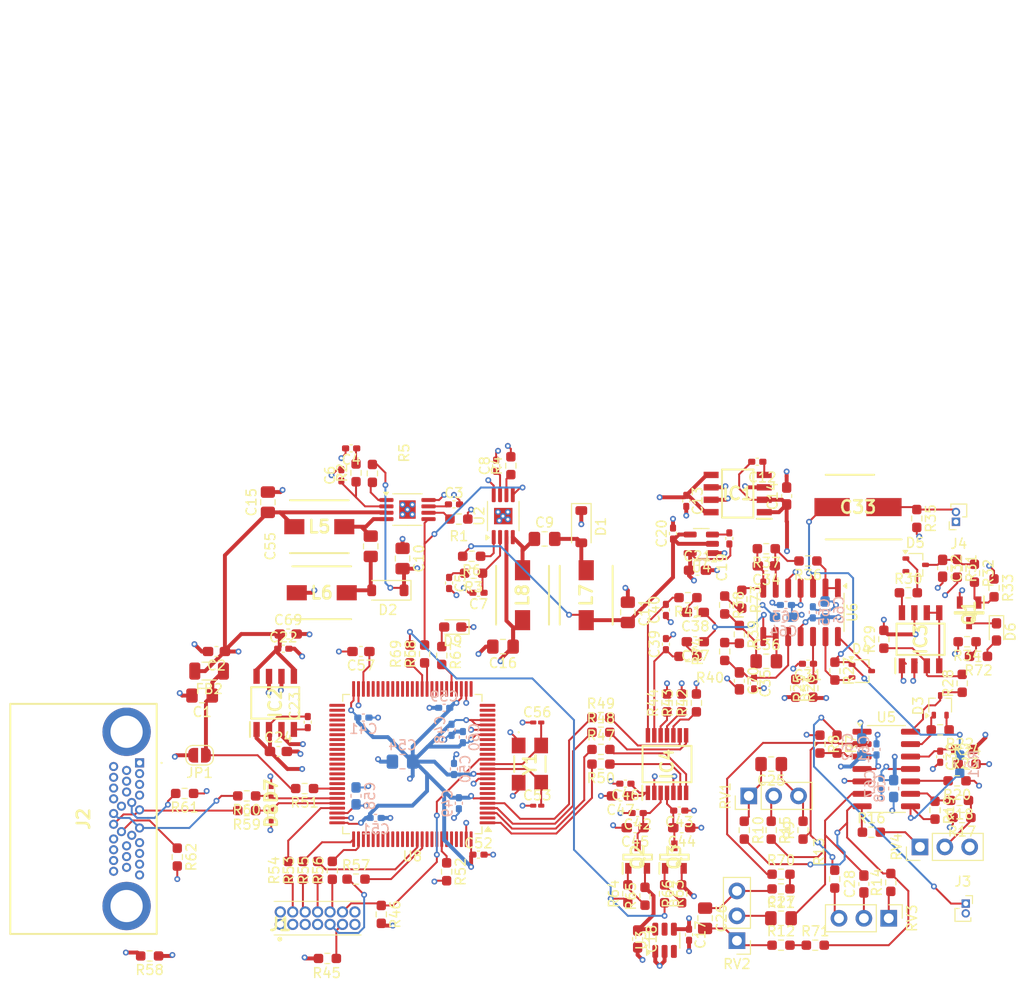
<source format=kicad_pcb>
(kicad_pcb (version 20241229) (generator "pcbnew") (generator_version "9.0")
  (layers (0 "F.Cu" signal) (4 "In1.Cu" signal) (6 "In2.Cu" signal) (2 "B.Cu" signal) (13 "F.Paste" user) (15 "B.Paste" user) (5 "F.SilkS" user "F.Silkscreen") (7 "B.SilkS" user "B.Silkscreen") (1 "F.Mask" user) (3 "B.Mask" user) (25 "Edge.Cuts" user))
  (net 0 "")
  (net 1 "Net-(U1-SS)")
  (net 2 "GND")
  (net 3 "Net-(C4-Pad1)")
  (net 4 "Net-(C5-Pad1)")
  (net 5 "Net-(U2-SS)")
  (net 6 "Net-(IC1-BYP)")
  (net 7 "/power_supply/7V")
  (net 8 "/power_supply/-7V")
  (net 9 "/power_supply/5V")
  (net 10 "Net-(IC2-BYP)")
  (net 11 "Net-(C25-Pad1)")
  (net 12 "Net-(C25-Pad2)")
  (net 13 "Net-(C26-Pad1)")
  (net 14 "Net-(C26-Pad2)")
  (net 15 "Net-(U5B--)")
  (net 16 "Net-(C27-Pad1)")
  (net 17 "Net-(C28-Pad1)")
  (net 18 "Net-(U5D-+)")
  (net 19 "Net-(U6D-+)")
  (net 20 "/adc preamp/out_L")
  (net 21 "/adc preamp/out_R")
  (net 22 "Net-(IC4-VCC)")
  (net 23 "Net-(IC4-VDD)")
  (net 24 "Net-(IC4-VREF)")
  (net 25 "Net-(D1-A)")
  (net 26 "Net-(D2-A)")
  (net 27 "/adc preamp/in")
  (net 28 "Net-(D3-COM)")
  (net 29 "Net-(D3-A)")
  (net 30 "Net-(D4-K)")
  (net 31 "Net-(D4-COM)")
  (net 32 "Net-(D5-A)")
  (net 34 "Net-(D5-COM)")
  (net 36 "Net-(J2-PadA5)")
  (net 37 "/5V_USB")
  (net 40 "Net-(J2-PadB5)")
  (net 41 "/USB_D+")
  (net 43 "Net-(J2-SG1)")
  (net 50 "/USB_D-")
  (net 51 "/Input and 3-band-eq/in")
  (net 52 "/mic output/out")
  (net 53 "/5V")
  (net 54 "Net-(Q2-G)")
  (net 55 "/adc/ADC_REF_5V")
  (net 56 "Net-(Q3-G)")
  (net 57 "Net-(U1-RT)")
  (net 58 "Net-(U1-VC)")
  (net 59 "Net-(U2-VC)")
  (net 60 "Net-(U2-RT)")
  (net 61 "Net-(U1-FB)")
  (net 62 "Net-(U2-FB)")
  (net 63 "Net-(U5A-+)")
  (net 64 "Net-(U5A--)")
  (net 65 "/Input and 3-band-eq/out")
  (net 66 "Net-(R11-Pad1)")
  (net 67 "Net-(R12-Pad2)")
  (net 68 "Net-(R13-Pad2)")
  (net 69 "Net-(R14-Pad1)")
  (net 70 "Net-(R15-Pad1)")
  (net 71 "Net-(R16-Pad2)")
  (net 72 "Net-(R17-Pad1)")
  (net 73 "Net-(U5C--)")
  (net 74 "/clipping stage/in")
  (net 75 "Net-(U5C-+)")
  (net 76 "/clipping stage/VDD_OPV")
  (net 77 "Net-(IC3-IN+)")
  (net 78 "Net-(IC3-OUT)")
  (net 79 "Net-(Q1-G)")
  (net 80 "Net-(D6-A)")
  (net 81 "Net-(R34-Pad1)")
  (net 82 "Net-(U6C--)")
  (net 83 "Net-(U6A--)")
  (net 84 "Net-(C34-Pad2)")
  (net 85 "Net-(C36-Pad1)")
  (net 86 "Net-(R38-Pad1)")
  (net 87 "Net-(R39-Pad2)")
  (net 88 "Net-(C37-Pad2)")
  (net 89 "Net-(C38-Pad2)")
  (net 90 "Net-(IC4-MD0)")
  (net 91 "Net-(IC4-MD1)")
  (net 92 "Net-(IC4-FMT)")
  (net 93 "Net-(J1-GNDDetect)")
  (net 94 "Net-(J1-~{RST})")
  (net 95 "/adc/LRCK")
  (net 96 "Net-(U8-PE4)")
  (net 97 "/adc/BCK")
  (net 98 "Net-(U8-PE5)")
  (net 99 "Net-(U8-PE6)")
  (net 100 "/adc/DOUT")
  (net 101 "/adc/SCKI")
  (net 102 "Net-(U8-PE2)")
  (net 103 "Net-(U8-PA9)")
  (net 104 "Net-(U8-BOOT0)")
  (net 105 "Net-(J1-JCLK{slash}SWCLK)")
  (net 106 "/mcu/JCLK")
  (net 107 "/mcu/JTMS")
  (net 108 "Net-(J1-JTMS{slash}SWDIO)")
  (net 109 "/mcu/JTDO")
  (net 110 "Net-(J1-JTDO{slash}SWO)")
  (net 111 "/mcu/JTDI")
  (net 112 "Net-(J1-JTDI{slash}NC)")
  (net 113 "/mcu/JRCLK")
  (net 114 "Net-(J1-JRCLK{slash}NC)")
  (net 115 "/mcu/USB_D+")
  (net 116 "/mcu/USB_D-")
  (net 117 "/adc/EN_VDD")
  (net 118 "Net-(U8-PA5)")
  (net 119 "Net-(D9-A)")
  (net 120 "Net-(U8-PB0)")
  (net 121 "/mcu/EN_PWR")
  (net 122 "Net-(U8-PB1)")
  (net 123 "Net-(U6C-+)")
  (net 124 "Net-(U1-SW)")
  (net 125 "/clipping stage/VEE_OPV")
  (net 126 "Net-(U2-SW)")
  (net 127 "Net-(U4-BYP)")
  (net 128 "Net-(U6B--)")
  (net 132 "/adc/VPP_3.3V")
  (net 169 "Net-(U8-PH1)")
  (net 179 "Net-(U8-VCAP_1)")
  (net 182 "Net-(U8-PH0)")
  (net 191 "Net-(U8-VCAP_2)")
  (net 198 "Net-(D6-K)")
  (net 199 "Net-(IC3-HYST)")
  (footprint "Capacitor_SMD:C_0402_1005Metric_Pad0.74x0.62mm_HandSolder" (layer "F.Cu") (at 223 138.5 180)
    (property "Reference" "C42")
    (property "Value" "100n")
  )
  (footprint "SamacSys_Parts:LFXTAL032878" (layer "F.Cu") (at 212 133.5 -90)
    (property "Reference" "Y1")
    (property "Value" "LFXTAL032878" (hide yes))
  )
  (footprint "Resistor_SMD:R_0603_1608Metric_Pad0.98x0.95mm_HandSolder" (layer "F.Cu") (at 188.827148 144.354 90)
    (property "Reference" "R53")
    (property "Value" "470")
  )
  (footprint "SamacSys_Parts:SOP65P640X120-14N" (layer "F.Cu") (at 226 133.5 90)
    (property "Reference" "IC4")
    (property "Value" "PCM1808QPWRQ1" (hide yes))
  )
  (footprint "Resistor_SMD:R_0603_1608Metric_Pad0.98x0.95mm_HandSolder" (layer "F.Cu") (at 183.0875 138.25 180)
    (property "Reference" "R59")
    (property "Value" "0")
  )
  (footprint "Capacitor_SMD:C_0603_1608Metric_Pad1.08x0.95mm_HandSolder" (layer "F.Cu") (at 221.25 136.75 180)
    (property "Reference" "C47")
    (property "Value" "10u")
  )
  (footprint "Capacitor_SMD:C_0805_2012Metric_Pad1.18x1.45mm_HandSolder" (layer "F.Cu") (at 213.5 110.5)
    (property "Reference" "C9")
    (property "Value" "4.7u")
  )
  (footprint "Resistor_SMD:R_0603_1608Metric_Pad0.98x0.95mm_HandSolder" (layer "F.Cu") (at 246.8625 140.46)
    (property "Reference" "R16")
    (property "Value" "470")
  )
  (footprint "Package_SO:MSOP-8-1EP_3x3mm_P0.65mm_EP1.68x1.88mm" (layer "F.Cu") (at 199.5 107.5)
    (property "Reference" "U1" (hide yes))
    (property "Value" "LT3580xMS8E")
  )
  (footprint "Resistor_SMD:R_0603_1608Metric_Pad0.98x0.95mm_HandSolder" (layer "F.Cu") (at 223.75 147 90)
    (property "Reference" "R65")
    (property "Value" "10k")
  )
  (footprint "Resistor_SMD:R_0603_1608Metric_Pad0.98x0.95mm_HandSolder" (layer "F.Cu") (at 191.827148 144.354 90)
    (property "Reference" "R56")
    (property "Value" "470")
  )
  (footprint "Resistor_SMD:R_0603_1608Metric_Pad0.98x0.95mm_HandSolder" (layer "F.Cu") (at 255.8625 137.21 180)
    (property "Reference" "R18")
    (property "Value" "75k")
  )
  (footprint "SamacSys_Parts:CAPAE660X980N" (layer "F.Cu") (at 245.5 107.25 180)
    (property "Reference" "C33")
    (property "Value" "470u" (hide yes))
  )
  (footprint "SamacSys_Parts:INDPM6054X300N" (layer "F.Cu") (at 190.5 109.25)
    (property "Reference" "L5")
    (property "Value" "PA4340.223NLT" (hide yes))
  )
  (footprint "Capacitor_SMD:C_0603_1608Metric_Pad1.08x0.95mm_HandSolder" (layer "F.Cu") (at 222.75 140 180)
    (property "Reference" "C45")
    (property "Value" "10u")
  )
  (footprint "Resistor_SMD:R_0603_1608Metric_Pad0.98x0.95mm_HandSolder" (layer "F.Cu") (at 201.25 122.25 90)
    (property "Reference" "R68")
    (property "Value" "0")
  )
  (footprint "Capacitor_SMD:C_0402_1005Metric_Pad0.74x0.62mm_HandSolder" (layer "F.Cu") (at 240.3875 123.25 180)
    (property "Reference" "C31")
    (property "Value" "100n")
  )
  (footprint "Capacitor_SMD:C_0201_0603Metric_Pad0.64x0.40mm_HandSolder" (layer "F.Cu") (at 212.75 129.25)
    (property "Reference" "C56")
    (property "Value" "15p")
  )
  (footprint "Resistor_SMD:R_0603_1608Metric_Pad0.98x0.95mm_HandSolder" (layer "F.Cu") (at 248.1375 120.75 90)
    (property "Reference" "R29")
    (property "Value" "1.8Meg")
  )
  (footprint "Resistor_SMD:R_0603_1608Metric_Pad0.98x0.95mm_HandSolder" (layer "F.Cu") (at 253.8875 130 180)
    (property "Reference" "R22")
    (property "Value" "10k")
  )
  (footprint "Capacitor_SMD:C_0805_2012Metric_Pad1.18x1.45mm_HandSolder" (layer "F.Cu") (at 222 118 -90)
    (property "Reference" "C11")
    (property "Value" "4.7u")
  )
  (footprint "Resistor_SMD:R_0603_1608Metric_Pad0.98x0.95mm_HandSolder" (layer "F.Cu") (at 257.8 122.5 180)
    (property "Reference" "R72")
    (property "Value" "180")
  )
  (footprint "Capacitor_SMD:C_0402_1005Metric_Pad0.74x0.62mm_HandSolder" (layer "F.Cu") (at 227.964943 106.615 -90)
    (property "Reference" "C13")
    (property "Value" "100n")
  )
  (footprint "Connector_PinHeader_2.54mm:PinHeader_1x03_P2.54mm_Vertical" (layer "F.Cu") (at 234.3475 136.75 90)
    (property "Reference" "RV1")
    (property "Value" "10k")
  )
  (footprint "Resistor_SMD:R_0603_1608Metric_Pad0.98x0.95mm_HandSolder" (layer "F.Cu") (at 255.6375 113.5 -90)
    (property "Reference" "R31")
    (property "Value" "47k")
  )
  (footprint "Resistor_SMD:R_0603_1608Metric_Pad0.98x0.95mm_HandSolder" (layer "F.Cu") (at 237.6375 144.75)
    (property "Reference" "R70")
    (property "Value" "180")
  )
  (footprint "Package_QFP:LQFP-100_14x14mm_P0.5mm" (layer "F.Cu") (at 200 133.5 180)
    (property "Reference" "U8")
    (property "Value" "STM32F446VETx")
  )
  (footprint "Resistor_SMD:R_0603_1608Metric_Pad0.98x0.95mm_HandSolder" (layer "F.Cu") (at 203.5 144.5 -90)
    (property "Reference" "R52")
    (property "Value" "10k")
  )
  (footprint "Capacitor_SMD:C_0603_1608Metric_Pad1.08x0.95mm_HandSolder" (layer "F.Cu") (at 238.214943 106.115 90)
    (property "Reference" "C14")
    (property "Value" "10u")
  )
  (footprint "Resistor_SMD:R_0603_1608Metric_Pad0.98x0.95mm_HandSolder" (layer "F.Cu") (at 256.6375 133.5)
    (property "Reference" "R24")
    (property "Value" "1k")
  )
  (footprint "Capacitor_SMD:C_0402_1005Metric_Pad0.74x0.62mm_HandSolder" (layer "F.Cu") (at 208.555 103.02 90)
    (property "Reference" "C8")
    (property "Value" "100n")
  )
  (footprint "Capacitor_SMD:C_0402_1005Metric_Pad0.74x0.62mm_HandSolder" (layer "F.Cu") (at 225.8875 121.25 90)
    (property "Reference" "C39")
    (property "Value" "1n")
  )
  (footprint "Resistor_SMD:R_0603_1608Metric_Pad0.98x0.95mm_HandSolder" (layer "F.Cu") (at 194.25 145.25)
    (property "Reference" "R57")
    (property "Value" "470")
  )
  (footprint "Resistor_SMD:R_0603_1608Metric_Pad0.98x0.95mm_HandSolder" (layer "F.Cu") (at 243.1225 145.25 -90)
    (property "Reference" "R13")
    (property "Value" "180")
  )
  (footprint "Capacitor_SMD:C_0805_2012Metric_Pad1.18x1.45mm_HandSolder" (layer "F.Cu") (at 195.75 111.25 90)
    (property "Reference" "C55")
    (property "Value" "4.7u")
  )
  (footprint "Resistor_SMD:R_0603_1608Metric_Pad0.98x0.95mm_HandSolder" (layer "F.Cu") (at 239.1375 125.75 -90)
    (property "Reference" "R26")
    (property "Value" "1k")
  )
  (footprint "Resistor_SMD:R_0603_1608Metric_Pad0.98x0.95mm_HandSolder" (layer "F.Cu") (at 231.8875 122 -90)
    (property "Reference" "R74")
    (property "Value" "10k")
  )
  (footprint "Resistor_SMD:R_0603_1608Metric_Pad0.98x0.95mm_HandSolder" (layer "F.Cu") (at 243.3625 131.46 -90)
    (property "Reference" "R7")
    (property "Value" "10k")
  )
  (footprint "Capacitor_SMD:C_0603_1608Metric_Pad1.08x0.95mm_HandSolder" (layer "F.Cu") (at 228.8875 118 180)
    (property "Reference" "C38")
    (property "Value" "1u")
  )
  (footprint "Resistor_SMD:R_0603_1608Metric_Pad0.98x0.95mm_HandSolder" (layer "F.Cu") (at 176.75 136.5 180)
    (property "Reference" "R61")
    (property "Value" "5.1k")
  )
  (footprint "Resistor_SMD:R_0603_1608Metric_Pad0.98x0.95mm_HandSolder" (layer "F.Cu") (at 259.3875 115.5 -90)
    (property "Reference" "R33")
    (property "Value" "100k")
  )
  (footprint "Resistor_SMD:R_0603_1608Metric_Pad0.98x0.95mm_HandSolder" (layer "F.Cu") (at 227.5 127.25 90)
    (property "Reference" "R43")
    (property "Value" "10k")
  )
  (footprint "Resistor_SMD:R_0603_1608Metric_Pad0.98x0.95mm_HandSolder" (layer "F.Cu") (at 219.25 133.5 180)
    (property "Reference" "R50")
    (property "Value" "470")
  )
  (footprint "Resistor_SMD:R_0603_1608Metric_Pad0.98x0.95mm_HandSolder" (layer "F.Cu") (at 231.8875 117.25 -90)
    (property "Reference" "R38")
    (property "Value" "10k")
  )
  (footprint "Capacitor_SMD:C_0805_2012Metric_Pad1.18x1.45mm_HandSolder" (layer "F.Cu") (at 178.5375 126.5 180)
    (property "Reference" "C1")
    (property "Value" "4.7u")
  )
  (footprint "Capacitor_SMD:C_0402_1005Metric_Pad0.74x0.62mm_HandSolder" (layer "F.Cu") (at 235.214943 102.615 180)
    (property "Reference" "C12")
    (property "Value" "1n")
  )
  (footprint "Package_TO_SOT_SMD:SOT-323_SC-70" (layer "F.Cu") (at 253.8875 127.5 90)
    (property "Reference" "D3")
    (property "Value" "BAT54SW")
  )
  (footprint "Capacitor_SMD:C_0603_1608Metric_Pad1.08x0.95mm_HandSolder" (layer "F.Cu") (at 194.75 122 180)
    (property "Reference" "C57")
    (property "Value" "2.2u")
  )
  (footprint "Resistor_SMD:R_0603_1608Metric_Pad0.98x0.95mm_HandSolder" (layer "F.Cu") (at 256.1125 138.96 180)
    (property "Reference" "R17")
    (property "Value" "1.5k")
  )
  (footprint "Resistor_SMD:R_0603_1608Metric_Pad0.98x0.95mm_HandSolder" (layer "F.Cu") (at 204.75 108.47)
    (property "Reference" "R1")
    (property "Value" "68k")
  )
  (footprint "Capacitor_SMD:C_0805_2012Metric_Pad1.18x1.45mm_HandSolder" (layer "F.Cu") (at 185.25 106.75 90)
    (property "Reference" "C15")
    (property "Value" "4.7u")
  )
  (footprint "Capacitor_SMD:C_0402_1005Metric_Pad0.74x0.62mm_HandSolder" (layer "F.Cu") (at 232.3625 110.45 -90)
    (property "Reference" "C19")
    (property "Value" "1n")
  )
  (footprint "Resistor_SMD:R_0603_1608Metric_Pad0.98x0.95mm_HandSolder" (layer "F.Cu") (at 239.8875 140.25 90)
    (property "Reference" "R9")
    (property "Value" "1k")
  )
  (footprint "Capacitor_SMD:C_0402_1005Metric_Pad0.74x0.62mm_HandSolder" (layer "F.Cu") (at 227.25 138.25 180)
    (property "Reference" "C43")
    (property "Value" "100n")
  )
  (footprint "SamacSys_Parts:DPY_R-PX1SON-N2_" (layer "F.Cu") (at 185.5875 138.75 -90)
    (property "Reference" "D8")
    (property "Value" "ESD321DPYR" (hide yes))
  )
  (footprint "Resistor_SMD:R_0603_1608Metric_Pad0.98x0.95mm_HandSolder" (layer "F.Cu") (at 199.75 122.25 90)
    (property "Reference" "R69")
    (property "Value" "0")
  )
  (footprint "Resistor_SMD:R_0603_1608Metric_Pad0.98x0.95mm_HandSolder" (layer "F.Cu") (at 228.1375 116.5 180)
    (property "Reference" "R41")
    (property "Value" "100")
  )
  (footprint "Resistor_SMD:R_0603_1608Metric_Pad0.98x0.95mm_HandSolder" (layer "F.Cu") (at 196.827148 148.854 -90)
    (property "Reference" "R46")
    (property "Value" "10k")
  )
  (footprint "Resistor_SMD:R_0603_1608Metric_Pad0.98x0.95mm_HandSolder" (layer "F.Cu") (at 206.055 112.27 180)
    (property "Reference" "R6")
    (property "Value" "68k")
  )
  (footprint "Resistor_SMD:R_0603_1608Metric_Pad0.98x0.95mm_HandSolder" (layer "F.Cu") (at 256.3875 132 180)
    (property "Reference" "R23")
    (property "Value" "49k")
  )
  (footprint "Resistor_SMD:R_0603_1608Metric_Pad0.98x0.95mm_HandSolder" (layer "F.Cu") (at 241.6125 131.46 -90)
    (property "Reference" "R8")
    (property "Value" "1Meg")
  )
  (footprint "Resistor_SMD:R_0603_1608Metric_Pad0.98x0.95mm_HandSolder" (layer "F.Cu") (at 203 122.4125 -90)
    (property "Reference" "R67")
    (property "Value" "470")
  )
  (footprint "SamacSys_Parts:INDPM6054X300N" (layer "F.Cu") (at 211.25 116.25 90)
    (property "Reference" "L8")
    (property "Value" "PA4340.223NLT" (hide yes))
  )
  (footprint "SamacSys_Parts:INDPM6054X300N" (layer "F.Cu") (at 190.75 116 180)
    (property "Reference" "L6")
    (property "Value" "PA4340.223NLT" (hide yes))
  )
  (footprint "Resistor_SMD:R_0603_1608Metric_Pad0.98x0.95mm_HandSolder" (layer "F.Cu") (at 240.8875 125.75 90)
    (property "Reference" "R25")
    (property "Value" "49k")
  )
  (footprint "Resistor_SMD:R_0603_1608Metric_Pad0.98x0.95mm_HandSolder" (layer "F.Cu") (at 176 143 -90)
    (property "Reference" "R62")
    (property "Value" "5.1k")
  )
  (footprint "Capacitor_SMD:C_0402_1005Metric_Pad0.74x0.62mm_HandSolder" (layer "F.Cu") (at 203.75 115 -90)
    (property "Reference" "C5")
    (property "Value" "2.2n")
  )
  (footprint "Capacitor_SMD:C_0402_1005Metric_Pad0.74x0.62mm_HandSolder" (layer "F.Cu") (at 186.824 121.7125)
    (property "Reference" "C22")
    (property "Value" "100n")
  )
  (footprint "Capacitor_SMD:C_0402_1005Metric_Pad0.74x0.62mm_HandSolder" (layer "F.Cu") (at 225.8875 117.75 90)
    (property "Reference" "C40")
    (property "Value" "1n")
  )
  (footprint "Resistor_SMD:R_0603_1608Metric_Pad0.98x0.95mm_HandSolder" (layer "F.Cu") (at 189 136 180)
    (property "Reference" "R51")
    (property "Value" "10k")
  )
  (footprint "Resistor_SMD:R_0603_1608Metric_Pad0.98x0.95mm_HandSolder" (layer "F.Cu") (at 227.5 146.75 90)
    (property "Reference" "R66")
    (property "Value" "10k")
  )
  (footprint "Resistor_SMD:R_0603_1608Metric_Pad0.98x0.95mm_HandSolder" (layer "F.Cu") (at 183.0875 136.75 180)
    (property "Reference" "R60")
    (property "Value" "0")
  )
  (footprint "Connector_PinSocket_1.00mm:PinSocket_1x02_P1.00mm_Vertical" (layer "F.Cu") (at 255.5 108.75 180)
    (property "Reference" "J4")
    (property "Value" "Conn_01x02_Pin")
  )
  (footprint "Resistor_SMD:R_0603_1608Metric_Pad0.98x0.95mm_HandSolder" (layer "F.Cu") (at 191.327148 153.354 180)
    (property "Reference" "R45")
    (property "Value" "470")
  )
  (footprint "SamacSys_Parts:SOT95P251X112-3N" (layer "F.Cu") (at 226.75 143 90)
    (property "Reference" "Q3")
    (property "Value" "FDV304P" (hide yes))
  )
  (footprint "Capacitor_SMD:C_0805_2012Metric_Pad1.18x1.45mm_HandSolder" (layer "F.Cu") (at 237.6375 149.25)
    (property "Reference" "C27")
    (property "Value" "330n")
  )
  (footprint "Capacitor_SMD:C_0402_1005Metric_Pad0.74x0.62mm_HandSolder" (layer "F.Cu") (at 193.75 101.25 180)
    (property "Reference" "C4")
    (property "Value" "2.2n")
  )
  (footprint "Capacitor_SMD:C_0603_1608Metric_Pad1.08x0.95mm_HandSolder" (layer "F.Cu") (at 223 151.3625 -90)
    (property "Reference" "C18")
    (property "Value" "1u")
  )
  (footprint "Package_SO:MSOP-8-1EP_3x3mm_P0.65mm_EP1.68x1.88mm" (layer "F.Cu") (at 209.28 108.17 90)
    (property "Reference" "U2")
    (property "Value" "LT3580xMS8E")
  )
  (footprint "Resistor_SMD:R_0603_1608Metric_Pad0.98x0.95mm_HandSolder" (layer "F.Cu") (at 253.3625 138.21 -90)
    (property "Reference" "R19")
    (property "Value" "10k")
  )
  (footprint "Capacitor_SMD:C_0603_1608Metric_Pad1.08x0.95mm_HandSolder" (layer "F.Cu") (at 233.3875 125 -90)
    (property "Reference" "C70")
    (property "Value" "10p")
  )
  (footprint "Resistor_SMD:R_0603_1608Metric_Pad0.98x0.95mm_HandSolder" (layer "F.Cu") (at 250.6375 116)
    (property "Reference" "R30")
    (property "Value" "1k")
  )
  (footprint "Capacitor_SMD:C_0603_1608Metric_Pad1.08x0.95mm_HandSolder" (layer "F.Cu") (at 187.324 120.2125)
    (property "Reference" "C69")
    (property "Value" "1u")
  )
  (footprint "Capacitor_SMD:C_0805_2012Metric_Pad1.18x1.45mm_HandSolder" (layer "F.Cu") (at 229.8875 149.25 -90)
    (property "Reference" "C26")
    (property "Value" "68n")
  )
  (footprint "SamacSys_Parts:MUSBRM1C1M06" (layer "F.Cu") (at 172.15 133.375 -90)
    (property "Reference" "J2")
    (property "Value" "MUSBRM1C1M06" (hide yes))
  )
  (footprint "LED_SMD:LED_0603_1608Metric_Pad1.05x0.95mm_HandSolder" (layer "F.Cu") (at 204.125 119.5 180)
    (property "Reference" "D9")
    (property "Value" "LED")
  )
  (footprint "Package_SO:SOIC-14_3.9x8.7mm_P1.27mm" (layer "F.Cu") (at 239.6375 118 -90)
    (property "Reference" "U6")
    (property "Value" "OPA4134")
  )
  (footprint "Resistor_SMD:R_0603_1608Metric_Pad0.98x0.95mm_HandSolder" (layer "F.Cu") (at 241.1375 152)
    (property "Reference" "R71")
    (property "Value" "180")
  )
  (footprint "Resistor_SMD:R_0603_1608Metric_Pad0.98x0.95mm_HandSolder" (layer "F.Cu") (at 251.5 108.4125 -90)
    (property "Reference" "R35")
    (property "Value" "2.2k")
  )
  (footprint "Connector_PinHeader_2.54mm:PinHeader_1x03_P2.54mm_Vertical" (layer "F.Cu") (at 233.1375 151.54 180)
    (property "Reference" "RV2")
    (property "Value" "10k")
  )
  (footprint "Capacitor_SMD:C_0603_1608Metric_Pad1.08x0.95mm_HandSolder" (layer "F.Cu") (at 229.1125 113.7)
    (property "Reference" "C21")
    (property "Value" "10u")
  )
  (footprint "Capacitor_SMD:C_0402_1005Metric_Pad0.74x0.62mm_HandSolder" (layer "F.Cu") (at 204.25 106.97)
    (property "Reference" "C3")
    (property "Value" "100n")
  )
  (footprint "Resistor_SMD:R_0603_1608Metric_Pad0.98x0.95mm_HandSolder" (layer "F.Cu") (at 219.25 132)
    (property "Reference" "R47")
    (property "Value" "470")
  )
  (footprint "Resistor_SMD:R_0603_1608Metric_Pad0.98x0.95mm_HandSolder" (layer "F.Cu") (at 233.8875 140.25 -90)
    (property "Reference" "R10")
    (property "Value" "1k")
  )
  (footprint "Capacitor_SMD:C_0402_1005Metric_Pad0.74x0.62mm_HandSolder" (layer "F.Cu") (at 234.8875 125.25 -90)
    (property "Reference" "C35")
    (property "Value" "270p")
  )
  (footprint "Capacitor_SMD:C_0603_1608Metric_Pad1.08x0.95mm_HandSolder" (layer "F.Cu") (at 186.324 132.2125)
    (property "Reference" "C24")
    (property "Value" "10u")
  )
  (footprint "Capacitor_SMD:C_0402_1005Metric_Pad0.74x0.62mm_HandSolder" (layer "F.Cu") (at 253.8875 132.75 -90)
    (property "Reference" "C30")
    (property "Value" "100n")
  )
  (footprint "Resistor_SMD:R_0603_1608Metric_Pad0.98x0.95mm_HandSolder" (layer "F.Cu") (at 222 146.75 90)
    (property "Reference" "R64")
    (property "Value" "100")
  )
  (footprint "Capacitor_SMD:C_0402_1005Metric_Pad0.74x0.62mm_HandSolder" (layer "F.Cu") (at 189.324 129.2125 90)
    (property "Reference" "C23")
    (property "Value" "1n")
  )
  (footprint "Capacitor_SMD:C_0402_1005Metric_Pad0.74x0.62mm_HandSolder" (layer "F.Cu") (at 221.75 135.5 180)
    (property "Reference" "C46")
    (property "Value" "100n")
  )
  (footprint "Resistor_SMD:R_1206_3216Metric" (layer "F.Cu") (at 179.25 124 180)
    (property "Reference" "FB2")
    (property "Value" "FerriteBead")
  )
  (footprint "Diode_SMD:D_SOD-123" (layer "F.Cu") (at 197.5 115.75 180)
    (property "Reference" "D2")
    (property "Value" "MBR0520LT")
  )
  (footprint "Resistor_SMD:R_0603_1608Metric_Pad0.98x0.95mm_HandSolder" (layer "F.Cu") (at 255.6125 135.21 180)
    (property "Reference" "R20")
    (property "Value" "10k")
  )
  (footprint "Capacitor_SMD:C_0603_1608Metric_Pad1.08x0.95mm_HandSolder" (layer "F.Cu") (at 227.5 140 180)
    (property "Reference" "C44")
    (property "Value" "10u")
  )
  (footprint "Resistor_SMD:R_0603_1608Metric_Pad0.98x0.95mm_HandSolder" (layer "F.Cu") (at 195.92 103.8075 90)
    (property "Reference" "R5")
    (property "Value" "68k")
  )
  (footprint "Resistor_SMD:R_0603_1608Metric_Pad0.98x0.95mm_HandSolder" (layer "F.Cu") (at 190.327148 144.354 90)
    (property "Reference" "R55")
    (property "Value" "470")
  )
  (footprint "Package_TO_SOT_SMD:TSOT-23-5" (layer "F.Cu") (at 229.5 111 180)
    (property "Reference" "U4")
    (property "Value" "LT1964-5")
  )
  (footprint "Capacitor_SMD:C_0402_1005Metric_Pad0.74x0.62mm_HandSolder" (layer "F.Cu") (at 206.75 142.75)
    (property "Reference" "C52")
    (property "Value" "100n")
  )
  (footprint "Capacitor_SMD:C_0603_1608Metric_Pad1.08x0.95mm_HandSolder" (layer "F.Cu") (at 254.1375 113.5 -90)
    (property "Reference" "C32")
    (property "Value" "10u")
  )
  (footprint "Capacitor_SMD:C_0603_1608Metric_Pad1.08x0.95mm_HandSolder" (layer "F.Cu") (at 228.8875 121 180)
    (property "Reference" "C37")
    (property "Value" "1u")
  )
  (footprint "Capacitor_SMD:C_0805_2012Metric_Pad1.18x1.45mm_HandSolder" (layer "F.Cu") (at 209.25 121.5 180)
    (property "Reference" "C16")
    (property "Value" "4.7u")
  )
  (footprint "LED_SMD:LED_0603_1608Metric_Pad1.05x0.95mm_HandSolder" (layer "F.Cu") (at 259.6375 120 -90)
    (property "Reference" "D6")
    (property "Value" "LED")
  )
  (footprint "Resistor_SMD:R_0603_1608Metric_Pad0.98x0.95mm_HandSolder" (layer "F.Cu") (at 257.3875 114 -90)
    (property "Reference" "R32")
    (property "Value" "100")
  )
  (footprint "Resistor_SMD:R_0603_1608Metric_Pad0.98x0.95mm_HandSolder" (layer "F.Cu") (at 233.6375 116.6625 -90)
    (property "Reference" "R73")
    (property "Value" "10k")
  )
  (footprint "SamacSys_Parts:INDPM6054X300N" (layer "F.Cu") (at 217.75 116.25 -90)
    (property "Reference" "L7")
    (property "Value" "PA4340.223NLT" (hide yes))
  )
  (footprint "Capacitor_SMD:C_0603_1608Metric_Pad1.08x0.95mm_HandSolder" (layer "F.Cu") (at 236.1375 113.25 180)
    (property "Reference" "C34")
    (property "Value" "470p")
  )
  (footprint "Resistor_SMD:R_0603_1608Metric_Pad0.98x0.95mm_HandSolder" (layer "F.Cu") (at 219.25 128.75)
    (property "Reference" "R49")
    (property "Value" "470")
  )
  (footprint "Connector_PinSocket_1.00mm:PinSocket_1x02_P1.00mm_Vertical" (layer "F.Cu") (at 256.5 147.75)
    (property "Reference" "J3")
    (property "Value" "Conn_01x02_Pin")
  )
  (footprint "Resistor_SMD:R_0603_1608Metric_Pad0.98x0.95mm_HandSolder" (layer "F.Cu") (at 233.3875 120.25 -90)
    (property "Reference" "R39")
    (property "Value" "10k")
  )
  (footprint "Package_TO_SOT_SMD:SOT-323_SC-70" (layer "F.Cu") (at 251.3875 113.15)
    (property "Reference" "D5")
    (property "Value" "BAT54SW")
  )
  (footprint "Resistor_SMD:R_0603_1608Metric_Pad0.98x0.95mm_HandSolder" (layer "F.Cu") (at 236.1375 111.5 180)
    (property "Reference" "R37")
    (property "Value" "15k")
  )
  (footprint "Capacitor_SMD:C_0201_0603Metric_Pad0.64x0.40mm_HandSolder" (layer "F.Cu") (at 212.75 137.75)
    (property "Reference" "C53")
    (property "Value" "15p")
  )
  (footprint "Connector_PinHeader_2.54mm:PinHeader_1x03_P2.54mm_Vertical" (layer "F.Cu") (at 251.8225 141.96 90)
    (property "Reference" "RV4")
    (property "Value" "10k")
  )
  (footprint "SamacSys_Parts:SOIC127P599X175-8N" (layer "F.Cu") (at 233.214943 105.865 180)
    (property "Reference" "IC1")
    (property "Value" "LT1763IS8-5#TRPBF" (hide yes))
  )
  (footprint "Diode_SMD:D_SOD-123" (layer "F.Cu") (at 217.25 109.25 -90)
    (property "Reference" "D1")
    (property "Value" "MBR0520LT")
  )
  (footprint "Resistor_SMD:R_0603_1608Metric_Pad0.98x0.95mm_HandSolder" (layer "F.Cu") (at 256.1375 125.25 90)
    (property "Reference" "R28")
    (property "Value" "1Meg")
  )
  (footprint "Package_TO_SOT_SMD:SOT-323_SC-70" (layer "F.Cu") (at 245.8875 124)
    (property "Reference" "D4")
    (property "Value" "BAT54SW")
  )
  (footprint "Resistor_SMD:R_0603_1608Metric_Pad0.98x0.95mm_HandSolder" (layer "F.Cu") (at 248.8475 145.5875 90)
    (property "Reference" "R14")
    (property "Value" "180")
  )
  (footprint "SamacSys_Parts:SOT95P251X112-3N" (layer "F.Cu") (at 223 143 90)
    (property "Reference" "Q2")
    (property "Value" "FDV304P" (hide yes))
  )
  (footprint "Capacitor_SMD:C_0402_1005Metric_Pad0.74x0.62mm_HandSolder" (layer "F.Cu") (at 228.25 150.93 -90)
    (property "Reference" "C17")
    (property "Value" "100n")
  )
  (footprint "Capacitor_SMD:C_0402_1005Metric_Pad0.74x0.62mm_HandSolder" (layer "F.Cu") (at 192.75 104 90)
    (property "Reference" "C6")
    (property "Value" "47p")
  )
  (footprint "Resistor_SMD:R_0603_1608Metric_Pad0.98x0.95mm_HandSolder" (layer "F.Cu") (at 237.6375 146.25 180)
    (property "Reference" "R11")
    (property "Value" "180")
  )
  (footprint "Capacitor_SMD:C_0603_1608Metric_Pad1.08x0.95mm_HandSolder" (layer "F.Cu") (at 180 122 180)
    (property "Reference" "C2")
    (property "Value" "22u")
  )
  (footprint "Resistor_SMD:R_0603_1608Metric_Pad0.98x0.95mm_HandSolder" (layer "F.Cu") (at 236.6375 140.25 -90)
    (property "Reference" "R15")
    (property "Value" "1k")
  )
  (footprint "Resistor_SMD:R_0603_1608Metric_Pad0.98x0.95mm_HandSolder" (layer "F.Cu") (at 256.6375 121 180)
    (property "Reference" "R34")
    (property "Value" "180")
  )
  (footprint "Capacitor_SMD:C_0805_2012Metric_Pad1.18x1.45mm_HandSolder" (layer "F.Cu") (at 236.6375 133.5 180)
    (property "Reference" "C25")
    (property "Value" "560n")
  )
  (footprint "SamacSys_Parts:DPY_R-PX1SON-N2_" (layer "F.Cu") (at 185.5875 136.25 90)
    (property "Reference" "D7")
    (property "Value" "ESD321DPYR" (hide yes))
  )
  (footprint "SamacSys_Parts:SOIC127P599X175-8N" (layer "F.Cu") (at 251.8875 120.75 90)
    (property "Reference" "IC3")
    (property "Value" "LTC1440IS8#TRPBF" (hide yes))
  )
  (footprint "Capacitor_SMD:C_0603_1608Metric_Pad1.08x0.95mm_HandSolder" (layer "F.Cu") (at 246.0975 145.75 90)
    (property "Reference" "C28")
    (property "Value" "47n")
  )
  (footprint "Package_SO:SOIC-14_3.9x8.7mm_P1.27mm" (layer "F.Cu") (at 248.3875 134)
    (property "Reference" "U5")
    (property "Value" "OPA4134")
  )
  (footprint "Capacitor_SMD:C_0805_2012Metric_Pad1.18x1.45mm_HandSolder" (layer "F.Cu") (at 236.1375 123)
    (property "Reference" "C36")
    (property "Value" "560p")
  )
  (footprint "Resistor_SMD:R_0603_1608Metric_Pad0.98x0.95mm_HandSolder" (layer "F.Cu") (at 187.327148 144.354 90)
    (property "Reference" "R54")
    (property "Value" "470")
  )
  (footprint "SamacSys_Parts:SOIC127P599X175-8N" (layer "F.Cu") (at 186 127.25 90)
    (property "Reference" "IC2")
    (property "Value" "LT1763CS8-3.3PBF" (hide yes))
  )
  (footprint "Resistor_SMD:R_0603_1608Metric_Pad0.98x0.95mm_HandSolder" (layer "F.Cu") (at 210.055 103.02 90)
    (property "Reference" "R4")
    (property "Value" "68k")
  )
  (footprint "Resistor_SMD:R_0603_1608Metric_Pad0.98x0.95mm_HandSolder" (layer "F.Cu") (at 219.25 130.25)
    (property "Reference" "R48")
    (property "Value" "470")
  )
  (footprint "Connector_PinHeader_2.54mm:PinHeader_1x03_P2.54mm_Vertical" (layer "F.Cu") (at 248.6375 149.25 -90)
    (property "Reference" "RV3")
    (property "Value" "10k")
  )
  (footprint "Resistor_SMD:R_0603_1608Metric_Pad0.98x0.95mm_HandSolder" (layer "F.Cu") (at 237.6375 152)
    (property "Reference" "R12")
    (property "Value" "180")
  )
  (footprint "Resistor_SMD:R_0603_1608Metric_Pad0.98x0.95mm_HandSolder" (layer "F.Cu") (at 225.75 146.75 -90)
    (property "Reference" "R63")
    (property "Value" "100")
  )
  (footprint "Capacitor_SMD:C_0402_1005Metric_Pad0.74x0.62mm_HandSolder" (layer "F.Cu") (at 226.6125 109.95 90)
    (property "Reference" "C20")
    (property "Value" "100n")
  )
  (footprint "Resistor_SMD:R_0603_1608Metric_Pad0.98x0.95mm_HandSolder" (layer "F.Cu") (at 173.175 153.1 180)
    (property "Reference" "R58")
    (property "Value" "depends")
  )
  (footprint "Resistor_SMD:R_0603_1608Metric_Pad0.98x0.95mm_HandSolder" (layer "F.Cu") (at 243.1375 124 -90)
    (property "Reference" "R27")
    (property "Value" "10k")
  )
  (footprint "Resistor_SMD:R_0603_1608Metric_Pad0.98x0.95mm_HandSolder" (layer "F.Cu") (at 229 127.25 90)
    (property "Reference" "R42")
    (property "Value" "10k")
  )
  (footprint "Resistor_SMD:R_0603_1608Metric_Pad0.98x0.95mm_HandSolder" (layer "F.Cu") (at 240.3875 112.75 180)
    (property "Reference" "R36")
    (property "Value" "1k")
  )
  (footprint "Capacitor_SMD:C_0805_2012Metric_Pad1.18x1.45mm_HandSolder" (layer "F.Cu") (at 199 112.5 -90)
    (property "Reference" "C10")
    (property "Value" "4.7u")
  )
  (footprint "Capacitor_SMD:C_0402_1005Metric_Pad0.74x0.62mm_HandSolder" (layer "F.Cu") (at 206.75 116 180)
    (property "Reference" "C7")
    (property "Value" "47p")
  )
  (footprint "Package_TO_SOT_SMD:TSOT-23-6" (layer "F.Cu") (at 225.75 151.5 90)
    (property "Reference" "U3")
    (property "Value" "LT1790-5")
  )
  (footprint "Resistor_SMD:R_0603_1608Metric_Pad0.98x0.95mm_HandSolder" (layer "F.Cu") (at 206.25 114 180)
    (property "Reference" "R3")
    (property "Value" "10k")
  )
  (footprint "Resistor_SMD:R_0603_1608Metric_Pad0.98x0.95mm_HandSolder" (layer "F.Cu") (at 228.1375 122.5 180)
    (property "Reference" "R40")
    (property "Value" "100")
  )
  (footprint "SamacSys_Parts:FTSH-107-XX-YYY-D-K" (layer "F.Cu") (at 186.517148 149.874)
    (property "Reference" "J1")
    (property "Value" "Conn_ST_STDC14" (hide yes))
  )
  (footprint "Resistor_SMD:R_0603_1608Metric_Pad0.98x0.95mm_HandSolder" (layer "F.Cu") (at 194.25 103.75 90)
    (property "Reference" "R2")
    (property "Value" "10k")
  )
  (footprint "SamacSys_Parts:SOT96P237X111-3N" (layer "F.Cu") (at 256.8425 118.05 -90)
    (property "Reference" "Q1")
    (property "Value" "FDV301N" (hide yes))
  )
  (footprint "Resistor_SMD:R_0603_1608Metric_Pad0.98x0.95mm_HandSolder" (layer "F.Cu") (at 226 127.25 90)
    (property "Reference" "R44")
    (property "Value" "10k")
  )
  (footprint "Jumper:SolderJumper-2_P1.3mm_Open_RoundedPad1.0x1.5mm" (layer "F.Cu") (at 178.275 132.6 180)
    (property "Reference" "JP1")
    (property "Value" "SolderJumper_2_Open")
  )
  (footprint "Capacitor_SMD:C_0805_2012Metric_Pad1.18x1.45mm_HandSolder" (layer "B.Cu") (at 199 133.25 180)
    (property "Reference" "C54")
    (property "Value" "4.7u")
  )
  (footprint "Capacitor_SMD:C_0402_1005Metric_Pad0.74x0.62mm_HandSolder" (layer "B.Cu") (at 238.1375 117.25)
    (property "Reference" "C63")
    (property "Value" "100n")
  )
  (footprint "Capacitor_SMD:C_0603_1608Metric_Pad1.08x0.95mm_HandSolder" (layer "B.Cu") (at 242.1375 117.75 90)
    (property "Reference" "C66")
    (property "Value" "1u")
  )
  (footprint "Capacitor_SMD:C_0603_1608Metric_Pad1.08x0.95mm_HandSolder" (layer "B.Cu") (at 194.25 136.75 90)
    (property "Reference" "C58")
    (property "Value" "2.2u")
  )
  (footprint "Capacitor_SMD:C_0402_1005Metric_Pad0.74x0.62mm_HandSolder" (layer "B.Cu") (at 203.25 127.75 180)
    (property "Reference" "C59")
    (property "Value" "100n")
  )
  (footprint "Capacitor_SMD:C_0402_1005Metric_Pad0.74x0.62mm_HandSolder" (layer "B.Cu") (at 247.8875 135.5 -90)
    (property "Reference" "C67")
    (property "Value" "100n")
  )
  (footprint "Capacitor_SMD:C_0402_1005Metric_Pad0.74x0.62mm_HandSolder" (layer "B.Cu") (at 204.75 137.5 -90)
    (property "Reference" "C49")
    (property "Value" "100n")
  )
  (footprint "Capacitor_SMD:C_0402_1005Metric_Pad0.74x0.62mm_HandSolder" (layer "B.Cu") (at 204 130 -90)
    (property "Reference" "C48")
    (property "Value" "100n")
  )
  (footprint "Capacitor_SMD:C_0402_1005Metric_Pad0.74x0.62mm_HandSolder" (layer "B.Cu") (at 195 128.75)
    (property "Reference" "C41")
    (property "Value" "100n")
  )
  (footprint "Capacitor_SMD:C_0603_1608Metric_Pad1.08x0.95mm_HandSolder" (layer "B.Cu") (at 249.1375 136 -90)
    (property "Reference" "C68")
    (property "Value" "1u")
  )
  (footprint "Capacitor_SMD:C_0603_1608Metric_Pad1.08x0.95mm_HandSolder" (layer "B.Cu") (at 237.8875 118.5)
    (property "Reference" "C64")
    (property "Value" "1u")
  )
  (footprint "Capacitor_SMD:C_0603_1608Metric_Pad1.08x0.95mm_HandSolder" (layer "B.Cu") (at 245.8875 131.75 -90)
    (property "Reference" "C62")
    (property "Value" "1u")
  )
  (footprint "Capacitor_SMD:C_0402_1005Metric_Pad0.74x0.62mm_HandSolder" (layer "B.Cu") (at 247.3875 132 -90)
    (property "Reference" "C61")
    (property "Value" "100n")
  )
  (footprint "Capacitor_SMD:C_0402_1005Metric_Pad0.74x0.62mm_HandSolder" (layer "B.Cu") (at 205.16 130.75 90)
    (property "Reference" "C60")
    (property "Value" "100n")
  )
  (footprint "Capacitor_SMD:C_0402_1005Metric_Pad0.74x0.62mm_HandSolder" (layer "B.Cu") (at 204.25 134 90)
    (property "Reference" "C50")
    (property "Value" "100n")
  )
  (footprint "Resistor_SMD:R_0603_1608Metric_Pad0.98x0.95mm_HandSolder" (layer "B.Cu") (at 255.8875 133.5 90)
    (property "Reference" "R21")
    (property "Value" "100")
  )
  (footprint "Capacitor_SMD:C_0402_1005Metric_Pad0.74x0.62mm_HandSolder" (layer "B.Cu") (at 196.25 139)
    (property "Reference" "C51")
    (property "Value" "100n")
  )
  (footprint "Capacitor_SMD:C_0402_1005Metric_Pad0.74x0.62mm_HandSolder" (layer "B.Cu") (at 240.8875 118 90)
    (property "Reference" "C65")
    (property "Value" "100n")
  )
  (segment (start 203.4775 107.175) (end 203.6825 106.97) (width 0.2) (layer "F.Cu") (net 1))
  (segment (start 201.65 107.175) (end 203.4775 107.175) (width 0.2) (layer "F.Cu") (net 1))
  (segment (start 224.7 134.8) (end 224.75 134.75) (width 0.2) (layer "F.Cu") (net 2))
  (segment (start 174.0875 153.1) (end 175.4 153.1) (width 0.4) (layer "F.Cu") (net 2))
  (segment (start 194.5 125.825) (end 194.5 127.5) (width 0.2) (layer "F.Cu") (net 2))
  (segment (start 176.5 126.5) (end 176.25 126.25) (width 0.4) (layer "F.Cu") (net 2))
  (segment (start 239.3875 123.25) (end 238.8875 123.75) (width 0.2) (layer "F.Cu") (net 2))
  (segment (start 185.25 105.7125) (end 186.5375 105.7125) (width 0.4) (layer "F.Cu") (net 2))
  (segment (start 188.1865 120.2125) (end 189.4625 120.2125) (width 0.4) (layer "F.Cu") (net 2))
  (segment (start 178.75 136.5) (end 179 136.25) (width 0.2) (layer "F.Cu") (net 2))
  (segment (start 210.055 102.1075) (end 210.055 101.305) (width 0.2) (layer "F.Cu") (net 2))
  (segment (start 208.555 101.695) (end 208.75 101.5) (width 0.2) (layer "F.Cu") (net 2))
  (segment (start 207.5 121.5) (end 206.75 122.25) (width 0.4) (layer "F.Cu") (net 2))
  (segment (start 257.55 133.5) (end 258.8875 133.5) (width 0.2) (layer "F.Cu") (net 2))
  (segment (start 209.17 108.17) (end 208.75 107.75) (width 0.4) (layer "F.Cu") (net 2))
  (segment (start 199.5 107.5) (end 199 107) (width 0.2) (layer "F.Cu") (net 2))
  (segment (start 208.305 106.02) (end 208.305 105.055) (width 0.2) (layer "F.Cu") (net 2))
  (segment (start 209.28 108.17) (end 209.42 108.17) (width 0.4) (layer "F.Cu") (net 2))
  (segment (start 205.75 116) (end 205.25 115.5) (width 0.2) (layer "F.Cu") (net 2))
  (segment (start 238.3675 115.525) (end 238.3675 114.6325) (width 0.2) (layer "F.Cu") (net 2))
  (segment (start 205.6625 107.8375) (end 206 107.5) (width 0.2) (layer "F.Cu") (net 2))
  (segment (start 234.8875 125.8175) (end 234.8875 125.75) (width 0.2) (layer "F.Cu") (net 2))
  (segment (start 189.4625 120.2125) (end 189.5 120.25) (width 0.4) (layer "F.Cu") (net 2))
  (segment (start 185.5875 134.8375) (end 185.5 134.75) (width 0.2) (layer "F.Cu") (net 2))
  (segment (start 208.555 102.4525) (end 208.555 101.695) (width 0.2) (layer "F.Cu") (net 2))
  (segment (start 238.3675 114.6325) (end 239.119975 113.880025) (width 0.2) (layer "F.Cu") (net 2))
  (segment (start 225.75 152.6375) (end 225.75 153.6125) (width 0.4) (layer "F.Cu") (net 2))
  (segment (start 185.365 124.538) (end 185.365 126.1715) (width 0.4) (layer "F.Cu") (net 2))
  (segment (start 212.3425 137.75) (end 211.25 137.75) (width 0.2) (layer "F.Cu") (net 2))
  (segment (start 254.1375 114.3625) (end 254.1375 115) (width 0.2) (layer "F.Cu") (net 2))
  (segment (start 255.2 138.96) (end 255.2 139.6225) (width 0.2) (layer "F.Cu") (net 2))
  (segment (start 192.75 103.4325) (end 192.3175 103.4325) (width 0.2) (layer "F.Cu") (net 2))
  (segment (start 205.5 141.175) (end 205.5 139.5) (width 0.2) (layer "F.Cu") (net 2))
  (segment (start 190.414648 153.354) (end 189.104 153.354) (width 0.4) (layer "F.Cu") (net 2))
  (segment (start 210.85 136.15) (end 210.25 136.75) (width 0.2) (layer "F.Cu") (net 2))
  (segment (start 204.8175 106.97) (end 204.8175 106.5675) (width 0.2) (layer "F.Cu") (net 2))
  (segment (start 238.214943 104.115) (end 238.214943 103.615) (width 0.4) (layer "F.Cu") (net 2))
  (segment (start 255.8875 116) (end 256.1375 115.75) (width 0.2) (layer "F.Cu") (net 2))
  (segment (start 185.5875 139.25) (end 185.5875 140.1625) (width 0.2) (layer "F.Cu") (net 2))
  (segment (start 209.28 108.22) (end 208.875 108.625) (width 0.4) (layer "F.Cu") (net 2))
  (segment (start 239.1375 126.6625) (end 238.0875 126.6625) (width 0.4) (layer "F.Cu") (net 2))
  (segment (start 225.8875 118.5) (end 226.3875 119) (width 0.2) (layer "F.Cu") (net 2))
  (segment (start 224.8 153.6625) (end 225.25 154.1125) (width 0.4) (layer "F.Cu") (net 2))
  (segment (start 207.675 130) (end 206 130) (width 0.2) (layer "F.Cu") (net 2))
  (segment (start 225.8875 118.3175) (end 225.8875 118.5) (width 0.2) (layer "F.Cu") (net 2))
  (segment (start 229 126.3375) (end 229 125.25) (width 0.2) (layer "F.Cu") (net 2))
  (segment (start 209.25 108.17) (end 209.17 108.17) (width 0.4) (layer "F.Cu") (net 2))
  (segment (start 199.5 107.5) (end 200 107) (width 0.2) (layer "F.Cu") (net 2))
  (segment (start 221.8875 140) (end 220.75 140) (width 0.2) (layer "F.Cu") (net 2))
  (segment (start 177.6625 136.5) (end 178.75 136.5) (width 0.2) (layer "F.Cu") (net 2))
  (segment (start 223 153) (end 223.5 153.5) (width 0.4) (layer "F.Cu") (net 2))
  (segment (start 208.875 108.625) (end 208.75 108.75) (width 0.4) (layer "F.Cu") (net 2))
  (segment (start 209.42 108.17) (end 209.75 108.5) (width 0.4) (layer "F.Cu") (net 2))
  (segment (start 251.5 109.325) (end 251.5 110) (width 0.2) (layer "F.Cu") (net 2))
  (segment (start 223 152.225) (end 223 153) (width 0.4) (layer "F.Cu") (net 2))
  (segment (start 241.6125 130.5475) (end 240.2975 130.5475) (width 0.2) (layer "F.Cu") (net 2))
  (segment (start 179.1375 122) (end 178.5 122) (width 0.4) (layer "F.Cu") (net 2))
  (segment (start 220.3875 136.75) (end 219.25 136.75) (width 0.2) (layer "F.Cu") (net 2))
  (segment (start 212.3425 129.25) (end 211.25 129.25) (width 0.2) (layer "F.Cu") (net 2))
  (segment (start 189.104 153.354) (end 189 153.25) (width 0.4) (layer "F.Cu") (net 2))
  (segment (start 235.926943 105.23) (end 234.079943 105.23) (width 0.4) (layer "F.Cu") (net 2))
  (segment (start 209.28 108.17) (end 209.33 108.17) (width 0.4) (layer "F.Cu") (net 2))
  (segment (start 220.75 140) (end 220.5 139.75) (width 0.2) (layer "F.Cu") (net 2))
  (segment (start 224.8 152.6375) (end 224.8 153.6625) (width 0.4) (layer "F.Cu") (net 2))
  (segment (start 249.9825 123.462) (end 249.9825 124.845) (width 0.2) (layer "F.Cu") (net 2))
  (segment (start 193.1825 101.8175) (end 192.75 102.25) (width 0.2) (layer "F.Cu") (net 2))
  (segment (start 224.7 136.438) (end 224.7 134.8) (width 0.2) (layer "F.Cu") (net 2))
  (segment (start 217.25 107.6) (end 217.25 109) (width 0.4) (layer "F.Cu") (net 2))
  (segment (start 238.214943 105.2525) (end 238.214943 104.115) (width 0.4) (layer "F.Cu") (net 2))
  (segment (start 186.635 125.9015) (end 186.574 125.9625) (width 0.4) (layer "F.Cu") (net 2))
  (segment (start 205 119.5) (end 206.25 119.5) (width 0.2) (layer "F.Cu") (net 2))
  (segment (start 244.1325 135.23) (end 244.1125 135.21) (width 0.2) (layer "F.Cu") (net 2))
  (segment (start 253.8875 133.3175) (end 253.82 133.3175) (width 0.2) (layer "F.Cu") (net 2))
  (segment (start 226.6125 109.3825) (end 226.6125 108.45) (width 0.4) (layer "F.Cu") (net 2))
  (segment (start 209.33 108.17) (end 209.75 107.75) (width 0.4) (layer "F.Cu") (net 2))
  (segment (start 176 143.9125) (end 176 145.25) (width 0.2) (layer "F.Cu") (net 2))
  (segment (start 192.325 139) (end 193.75 139) (width 0.2) (layer "F.Cu") (net 2))
  (segment (start 228.3625 140) (end 229.5 140) (width 0.2) (layer "F.Cu") (net 2))
  (segment (start 253.3875 133.75) (end 253.1375 134) (width 0.2) (layer "F.Cu") (net 2))
  (segment (start 178.5 122) (end 177.75 121.25) (width 0.4) (layer "F.Cu") (net 2))
  (segment (start 185.5875 140.1625) (end 185.5 140.25) (width 0.2) (layer "F.Cu") (net 2))
  (segment (start 222 115.75) (end 221.75 115.5) (width 0.4) (layer "F.Cu") (net 2))
  (segment (start 234.8875 125.75) (end 235.8875 125.75) (width 0.2) (layer "F.Cu") (net 2))
  (segment (start 202.3375 145.4125) (end 202.25 145.5) (width 0.2) (layer "F.Cu") (net 2))
  (segment (start 199.5 107.5) (end 200 108) (width 0.2) (layer "F.Cu") (net 2))
  (segment (start 254.1375 115) (end 253.6375 115.5) (width 0.2) (layer "F.Cu") (net 2))
  (segment (start 208.305 105.055) (end 207.75 104.5) (width 0.2) (layer "F.Cu") (net 2))
  (segment (start 186.635 124.538) (end 186.635 125.9015) (width 0.4) (layer "F.Cu") (net 2))
  (segment (start 251.2525 123.462) (end 251.2525 124.885) (width 0.2) (layer "F.Cu") (net 2))
  (segment (start 225.8875 120.6825) (end 226.205 120.6825) (width 0.2) (layer "F.Cu") (net 2))
  (segment (start 225.75 153.6125) (end 225.25 154.1125) (width 0.4) (layer "F.Cu") (net 2))
  (segment (start 192.3175 103.4325) (end 191.75 104) (width 0.2) (layer "F.Cu") (net 2))
  (segment (start 209.28 108.17) (end 209.25 108.17) (width 0.4) (layer "F.Cu") (net 2))
  (segment (start 233.25 125.8625) (end 232.1375 124.75) (width 0.2) (layer "F.Cu") (net 2))
  (segment (start 202.725 106.525) (end 203.25 106) (width 0.2) (layer "F.Cu") (net 2))
  (segment (start 257.3625 135.21) (end 257.8625 135.71) (width 0.2) (layer "F.Cu") (net 2))
  (segment (start 238.0875 126.6625) (end 238 126.75) (width 0.4) (layer "F.Cu") (net 2))
  (segment (start 230.6375 111.95) (end 231.8625 111.95) (width 0.4) (layer "F.Cu") (net 2))
  (segment (start 227.8175 138.25) (end 228.75 138.25) (width 0.2) (layer "F.Cu") (net 2))
  (segment (start 193.1825 101.25) (end 193.1825 101.8175) (width 0.2) (layer "F.Cu") (net 2))
  (segment (start 255.8875 117) (end 255.8875 116) (width 0.2) (layer "F.Cu") (net 2))
  (segment (start 232.079943 106.5) (end 232.214943 106.365) (width 0.4) (layer "F.Cu") (net 2))
  (segment (start 187.1865 132.2125) (end 188.324 132.2125) (width 0.4) (layer "F.Cu") (net 2))
  (segment (start 189.75 116) (end 190 115.75) (width 0.4) (layer "F.Cu") (net 2))
  (segment (start 256.525 135.21) (end 257.3625 135.21) (width 0.2) (layer "F.Cu") (net 2))
  (segment (start 221.1825 135.5) (end 220.5 135.5) (width 0.2) (layer "F.Cu") (net 2))
  (segment (start 240.2975 130.5475) (end 240.25 130.5) (width 0.2) (layer "F.Cu") (net 2))
  (segment (start 259.3875 114.5875) (end 259.3875 113.75) (width 0.2) (layer "F.Cu") (net 2))
  (segment (start 187.5155 131.4625) (end 188.824 131.4625) (width 0.4) (layer "F.Cu") (net 2))
  (segment (start 186.635 130.582) (end 187.5155 131.4625) (width 0.4) (layer "F.Cu") (net 2))
  (segment (start 193.8875 122) (end 192.5 122) (width 0.2) (layer "F.Cu") (net 2))
  (segment (start 186.635 129.962) (end 186.635 130.582) (width 0.4) (layer "F.Cu") (net 2))
  (segment (start 186.5375 105.7125) (end 186.75 105.5) (width 0.4) (layer "F.Cu") (net 2))
  (segment (start 250.2325 123.095) (end 250.3875 123.25) (width 0.2) (layer "F.Cu") (net 2))
  (segment (start 251.5 110) (end 251.75 110.25) (width 0.2) (layer "F.Cu") (net 2))
  (segment (start 234.079943 105.23) (end 233.964943 105.115) (width 0.4) (layer "F.Cu") (net 2))
  (segment (start 210.85 131.6) (end 210.85 131.1) (width 0.2) (layer "F.Cu") (net 2))
  (segment (start 175.4 153.1) (end 175.5 153) (width 0.4) (layer "F.Cu") (net 2))
  (segment (start 188.2 116) (end 189.75 116) (width 0.4) (layer "F.Cu") (net 2))
  (segment (start 233.3875 125.8625) (end 233.25 125.8625) (width 0.2) (layer "F.Cu") (net 2))
  (segment (start 228.25 151.4975) (end 228.25 152.6125) (width 0.4) (layer "F.Cu") (net 2))
  (segment (start 251.5025 123.135) (end 251.3875 123.25) (width 0.2) (layer "F.Cu") (net 2))
  (segment (start 206.1825 116) (end 205.75 116) (width 0.2) (layer "F.Cu") (net 2))
  (segment (start 229.975 113.7) (end 231.1125 113.7) (width 0.4) (layer "F.Cu") (net 2))
  (segment (start 207.3175 142.75) (end 208.25 142.75) (width 0.2) (layer "F.Cu") (net 2))
  (segment (start 259.3875 113.75) (end 258.8875 113.25) (width 0.2) (layer "F.Cu") (net 2))
  (segment (start 255.2 139.6225) (end 254.8625 139.96) (width 0.2) (layer "F.Cu") (net 2))
  (segment (start 203.8175 115.5675) (end 204.5 116.25) (width 0.2) (layer "F.Cu") (net 2))
  (segment (start 201.65 106.525) (end 202.725 106.525) (width 0.2) (layer "F.Cu") (net 2))
  (segment (start 255.6375 114.4125) (end 255.6375 115) (width 0.2) (layer "F.Cu") (net 2))
  (segment (start 220.5 135.5) (end 220.25 135.25) (width 0.2) (layer "F.Cu") (net 2))
  (segment (start 187.3915 121.7125) (end 187.9625 121.7125) (width 0.4) (layer "F.Cu") (net 2))
  (segment (start 187.9625 121.7125) (end 188.75 122.5) (width 0.4) (layer "F.Cu") (net 2))
  (segment (start 177.5 126.5) (end 176.5 126.5) (width 0.4) (layer "F.Cu") (net 2))
  (segment (start 230.502943 105.23) (end 231.849943 105.23) (width 0.4) (layer "F.Cu") (net 2))
  (segment (start 231.849943 105.23) (end 231.964943 105.115) (width 0.4) (layer "F.Cu") (net 2))
  (segment (start 209.28 108.17) (end 209.28 108.22) (width 0.4) (layer "F.Cu") (net 2))
  (segment (start 255.6375 115) (end 254.3875 116.25) (width 0.2) (layer "F.Cu") (net 2))
  (segment (start 185.5875 135.75) (end 185.5875 134.8375) (width 0.2) (layer "F.Cu") (net 2))
  (segment (start 199 111.4625) (end 199 110.5) (width 0.4) (layer "F.Cu") (net 2))
  (segment (start 210.85 135.4) (end 210.85 136.15) (width 0.2) (layer "F.Cu") (net 2))
  (segment (start 226.205 120.6825) (end 226.6375 120.25) (width 0.2) (layer "F.Cu") (net 2))
  (segment (start 227.964943 107.1825) (end 227.964943 108.115) (width 0.4) (layer "F.Cu") (net 2))
  (segment (start 239.82 123.25) (end 239.3875 123.25) (width 0.2) (layer "F.Cu") (net 2))
  (segment (start 226.65 136.438) (end 226.65 134.85) (width 0.2) (layer "F.Cu") (net 2))
  (segment (start 226.65 134.85) (end 226.75 134.75) (width 0.2) (layer "F.Cu") (net 2))
  (segment (start 210.85 131.1) (end 210 130.25) (width 0.2) (layer "F.Cu") (net 2))
  (segment (start 185.365 126.1715) (end 185.324 126.2125) (width 0.4) (layer "F.Cu") (net 2))
  (segment (start 203.75 115.5675) (end 203.8175 115.5675) (width 0.2) (layer "F.Cu") (net 2))
  (segment (start 204.8175 106.5675) (end 204.25 106) (width 0.2) (layer "F.Cu") (net 2))
  (segment (start 208.2125 121.5) (end 207.5 121.5) (width 0.4) (layer "F.Cu") (net 2))
  (segment (start 203.5 145.4125) (end 202.3375 145.4125) (width 0.2) (layer "F.Cu") (net 2))
  (segment (start 222.4325 138.5) (end 221.25 138.5) (width 0.2) (layer "F.Cu") (net 2))
  (segment (start 226 126.3375) (end 226 125.25) (width 0.2) (layer "F.Cu") (net 2))
  (segment (start 207.675 135) (end 206.75 135) (width 0.2) (layer "F.Cu") (net 2))
  (segment (start 188.324 132.2125) (end 188.574 132.4625) (width 0.4) (layer "F.Cu") (net 2))
  (segment (start 245.8875 135.23) (end 244.1325 135.23) (width 0.2) (layer "F.Cu") (net 2))
  (segment (start 206.75 135) (end 206.25 135.5) (width 0.2) (layer "F.Cu") (net 2))
  (segment (start 210.055 101.305) (end 209.75 101) (width 0.2) (layer "F.Cu") (net 2))
  (segment (start 253.82 133.3175) (end 253.3875 133.75) (width 0.2) (layer "F.Cu") (net 2))
  (segment (start 230.502943 106.5) (end 232.079943 106.5) (width 0.4) (layer "F.Cu") (net 2))
  (segment (start 205.6625 108.47) (end 205.6625 107.8375) (width 0.2) (layer "F.Cu") (net 2))
  (segment (start 227.5 126.3375) (end 227.5 125.25) (width 0.2) (layer "F.Cu") (net 2))
  (segment (start 205.5 125.825) (end 205.5 127.25) (width 0.2) (layer "F.Cu") (net 2))
  (segment (start 222 116.9625) (end 222 115.75) (width 0.4) (layer "F.Cu") (net 2))
  (via (at 177.75 121.25) (size 0.6) (drill 0.3) (layers "F.Cu" "B.Cu") (net 2))
  (via (at 240.25 130.5) (size 0.6) (drill 0.3) (layers "F.Cu" "B.Cu") (net 2))
  (via (at 243.25 117.25) (size 0.6) (drill 0.3) (layers "F.Cu" "B.Cu") (net 2))
  (via (at 200 108) (size 0.6) (drill 0.3) (layers "F.Cu" "B.Cu") (net 2))
  (via (at 203.263725 131.013725) (size 0.6) (drill 0.3) (layers "F.Cu" "B.Cu") (net 2))
  (via (at 245.75 129.25) (size 0.6) (drill 0.3) (layers "F.Cu" "B.Cu") (net 2))
  (via (at 206 107.5) (size 0.6) (drill 0.3) (layers "F.Cu" "B.Cu") (net 2))
  (via (at 221.25 138.5) (size 0.6) (drill 0.3) (layers "F.Cu" "B.Cu") (net 2))
  (via (at 224.75 134.75) (size 0.6) (drill 0.3) (layers "F.Cu" "B.Cu") (net 2))
  (via (at 191.75 104) (size 0.6) (drill 0.3) (layers "F.Cu" "B.Cu") (net 2))
  (via (at 188.75 122.5) (size 0.6) (drill 0.3) (layers "F.Cu" "B.Cu") (net 2))
  (via (at 231.1125 113.7) (size 0.6) (drill 0.3) (layers "F.Cu" "B.Cu") (net 2))
  (via (at 189.5 120.25) (size 0.6) (drill 0.3) (layers "F.Cu" "B.Cu") (net 2))
  (via (at 220.25 135.25) (size 0.6) (drill 0.3) (layers "F.Cu" "B.Cu") (net 2))
  (via (at 204.5 116.25) (size 0.6) (drill 0.3) (layers "F.Cu" "B.Cu") (net 2))
  (via (at 251.75 110.25) (size 0.6) (drill 0.3) (layers "F.Cu" "B.Cu") (net 2))
  (via (at 176.25 126.25) (size 0.6) (drill 0.3) (layers "F.Cu" "B.Cu") (net 2))
  (via (at 188.824 131.4625) (size 0.6) (drill 0.3) (layers "F.Cu" "B.Cu") (net 2))
  (via (at 186.574 125.9625) (size 0.6) (drill 0.3) (layers "F.Cu" "B.Cu") (net 2))
  (via (at 208.75 101.5) (size 0.6) (drill 0.3) (layers "F.Cu" "B.Cu") (net 2))
  (via (at 186.75 105.5) (size 0.6) (drill 0.3) (layers "F.Cu" "B.Cu") (net 2))
  (via (at 185.5 134.75) (size 0.6) (drill 0.3) (layers "F.Cu" "B.Cu") (net 2))
  (via (at 247.5 130.5) (size 0.6) (drill 0.3) (layers "F.Cu" "B.Cu") (net 2))
  (via (at 209.75 107.75) (size 0.6) (drill 0.3) (layers "F.Cu" "B.Cu") (net 2))
  (via (at 185.5 140.25) (size 0.6) (drill 0.3) (layers "F.Cu" "B.Cu") (net 2))
  (via (at 199.5 107.5) (size 0.6) (drill 0.3) (layers "F.Cu" "B.Cu") (net 2))
  (via (at 221.75 115.5) (size 0.6) (drill 0.3) (layers "F.Cu" "B.Cu") (net 2))
  (via (at 258.8875 113.25) (size 0.6) (drill 0.3) (layers "F.Cu" "B.Cu") (net 2))
  (via (at 229 125.25) (size 0.6) (drill 0.3) (layers "F.Cu" "B.Cu") (net 2))
  (via (at 200 107) (size 0.6) (drill 0.3) (layers "F.Cu" "B.Cu") (net 2))
  (via (at 206.75 122.25) (size 0.6) (drill 0.3) (layers "F.Cu" "B.Cu") (net 2))
  (via (at 217.25 109) (size 0.6) (drill 0.3) (layers "F.Cu" "B.Cu") (net 2))
  (via (at 209.75 101) (size 0.6) (drill 0.3) (layers "F.Cu" "B.Cu") (net 2))
  (via (at 250.1375 125) (size 0.6) (drill 0.3) (layers "F.Cu" "B.Cu") (net 2))
  (via (at 205.5 127.25) (size 0.6) (drill 0.3) (layers "F.Cu" "B.Cu") (net 2))
  (via (at 223.5 153.5) (size 0.6) (drill 0.3) (layers "F.Cu" "B.Cu") (net 2))
  (via (at 206 130) (size 0.6) (drill 0.3) (layers "F.Cu" "B.Cu") (net 2))
  (via (at 219.25 136.75) (size 0.6) (drill 0.3) (layers "F.Cu" "B.Cu") (net 2))
  (via (at 232.214943 106.365) (size 0.6) (drill 0.3) (layers "F.Cu" "B.Cu") (net 2))
  (via (at 228.75 138.25) (size 0.6) (drill 0.3) (layers "F.Cu" "B.Cu") (net 2))
  (via (at 188.574 132.4625) (size 0.6) (drill 0.3) (layers "F.Cu" "B.Cu") (net 2))
  (via (at 208.25 142.75) (size 0.6) (drill 0.3) (layers "F.Cu" "B.Cu") (net 2))
  (via (at 194.5 127.5) (size 0.6) (drill 0.3) (layers "F.Cu" "B.Cu") (net 2))
  (via (at 239.119975 113.880025) (size 0.6) (drill 0.3) (layers "F.Cu" "B.Cu") (net 2))
  (via (at 193.75 139) (size 0.6) (drill 0.3) (layers "F.Cu" "B.Cu") (net 2))
  (via (at 256.1375 115.75) (size 0.6) (drill 0.3) (layers "F.Cu" "B.Cu") (net 2))
  (via (at 207.75 104.5) (size 0.6) (drill 0.3) (layers "F.Cu" "B.Cu") (net 2))
  (via (at 227.964943 108.115) (size 0.6) (drill 0.3) (layers "F.Cu" "B.Cu") (net 2))
  (via (at 231.964943 105.115) (size 0.6) (drill 0.3) (layers "F.Cu" "B.Cu") (net 2))
  (via (at 210.25 136.75) (size 0.6) (drill 0.3) (layers "F.Cu" "B.Cu") (net 2))
  (via (at 253.6375 115.5) (size 0.6) (drill 0.3) (layers "F.Cu" "B.Cu") (net 2))
  (via (at 220.5 139.75) (size 0.6) (drill 0.3) (layers "F.Cu" "B.Cu") (net 2))
  (via (at 210 130.25) (size 0.6) (drill 0.3) (layers "F.Cu" "B.Cu") (net 2))
  (via (at 235.8875 125.75) (size 0.6) (drill 0.3) (layers "F.Cu" "B.Cu") (net 2))
  (via (at 190 115.75) (size 0.6) (drill 0.3) (layers "F.Cu" "B.Cu") (net 2))
  (via (at 249 138.25) (size 0.6) (drill 0.3) (layers "F.Cu" "B.Cu") (net 2))
  (via (at 225.25 154.1125) (size 0.6) (drill 0.3) (layers "F.Cu" "B.Cu") (net 2))
  (via (at 226.6375 120.25) (size 0.6) (drill 0.3) (layers "F.Cu" "B.Cu") (net 2))
  (via (at 197.75 139) (size 0.6) (drill 0.3) (layers "F.Cu" "B.Cu") (net 2))
  (via (at 195.5 135.75) (size 0.6) (drill 0.3) (layers "F.Cu" "B.Cu") (net 2))
  (via (at 204.5 132.5) (size 0.6) (drill 0.3) (layers "F.Cu" "B.Cu") (net 2))
  (via (at 229.5 140) (size 0.6) (drill 0.3) (layers "F.Cu" "B.Cu") (net 2))
  (via (at 179 136.25) (size 0.6) (drill 0.3) (layers "F.Cu" "B.Cu") (net 2))
  (via (at 205.25 115.5) (size 0.6) (drill 0.3) (layers "F.Cu" "B.Cu") (net 2))
  (via (at 208.75 107.75) (size 0.6) (drill 0.3) (layers "F.Cu" "B.Cu") (net 2))
  (via (at 204.25 139) (size 0.6) (drill 0.3) (layers "F.Cu" "B.Cu") (net 2))
  (via (at 228.25 152.6125) (size 0.6) (drill 0.3) (layers "F.Cu" "B.Cu") (net 2))
  (via (at 189 153.25) (size 0.6) (drill 0.3) (layers "F.Cu" "B.Cu") (net 2))
  (via (at 254.8625 139.96) (size 0.6) (drill 0.3) (layers "F.Cu" "B.Cu") (net 2))
  (via (at 227.5 125.25) (size 0.6) (drill 0.3) (layers "F.Cu" "B.Cu") (net 2))
  (via (at 206.25 119.5) (size 0.6) (drill 0.3) (layers "F.Cu" "B.Cu") (net 2))
  (via (at 202.25 145.5) (size 0.6) (drill 0.3) (layers "F.Cu" "B.Cu") (net 2))
  (via (at 247.75 137) (size 0.6) (drill 0.3) (layers "F.Cu" "B.Cu") (net 2))
  (via (at 211.25 137.75) (size 0.6) (drill 0.3) (layers "F.Cu" "B.Cu") (net 2))
  (via (at 254.3875 116.25) (size 0.6) (drill 0.3) (layers "F.Cu" "B.Cu") (net 2))
  (via (at 226 125.25) (size 0.6) (drill 0.3) (layers "F.Cu" "B.Cu") (net 2))
  (via (at 211.25 129.25) (size 0.6) (drill 0.3) (layers "F.Cu" "B.Cu") (net 2))
  (via (at 235.75 117.25) (size 0.6) (drill 0.3) (layers "F.Cu" "B.Cu") (net 2))
  (via (at 199 110.5) (size 0.6) (drill 0.3) (layers "F.Cu" "B.Cu") (net 2))
  (via (at 244.1125 135.21) (size 0.6) (drill 0.3) (layers "F.Cu" "B.Cu") (net 2))
  (via (at 185.324 126.2125) (size 0.6) (drill 0.3) (layers "F.Cu" "B.Cu") (net 2))
  (via (at 238.8875 123.75) (size 0.6) (drill 0.3) (layers "F.Cu" "B.Cu") (net 2))
  (via (at 199 107) (size 0.6) (drill 0.3) (layers "F.Cu" "B.Cu") (net 2))
  (via (at 253.1375 134) (size 0.6) (drill 0.3) (layers "F.Cu" "B.Cu") (net 2))
  (via (at 209.75 108.5) (size 0.6) (drill 0.3) (layers "F.Cu" "B.Cu") (net 2))
  (via (at 251.1375 125) (size 0.6) (drill 0.3) (layers "F.Cu" "B.Cu") (net 2))
  (via (at 199 108) (size 0.6) (drill 0.3) (layers "F.Cu" "B.Cu") (net 2))
  (via (at 205.5 139.5) (size 0.6) (drill 0.3) (layers "F.Cu" "B.Cu") (net 2))
  (via (at 196.5 133) (size 0.6) (drill 0.3) (layers "F.Cu" "B.Cu") (net 2))
  (via (at 204.25 106) (size 0.6) (drill 0.3) (layers "F.Cu" "B.Cu") (net 2))
  (via (at 175.5 153) (size 0.6) (drill 0.3) (layers "F.Cu" "B.Cu") (net 2))
  (via (at 258.8875 133.5) (size 0.6) (drill 0.3) (layers "F.Cu" "B.Cu") (net 2))
  (via (at 206.25 135.5) (size 0.6) (drill 0.3) (layers "F.Cu" "B.Cu") (net 2))
  (via (at 257.8625 135.71) (size 0.6) (drill 0.3) (layers "F.Cu" "B.Cu") (net 2))
  (via (at 226.75 134.75) (size 0.6) (drill 0.3) (layers "F.Cu" "B.Cu") (net 2))
  (via (at 176 145.25) (size 0.6) (drill 0.3) (layers "F.Cu" "B.Cu") (net 2))
  (via (at 233.964943 105.115) (size 0.6) (drill 0.3) (layers "F.Cu" "B.Cu") (net 2))
  (via (at 226.6125 108.45) (size 0.6) (drill 0.3) (layers "F.Cu" "B.Cu") (net 2))
  (via (at 203.25 106) (size 0.6) (drill 0.3) (layers "F.Cu" "B.Cu") (net 2))
  (via (at 209.25 108.17) (size 0.6) (drill 0.3) (layers "F.Cu" "B.Cu") (net 2))
  (via (at 192.75 102.25) (size 0.6) (drill 0.3) (layers "F.Cu" "B.Cu") (net 2))
  (via (at 192.5 122) (size 0.6) (drill 0.3) (layers "F.Cu" "B.Cu") (net 2))
  (via (at 201.75 127.75) (size 0.6) (drill 0.3) (layers "F.Cu" "B.Cu") (net 2))
  (via (at 196.5 128.75) (size 0.6) (drill 0.3) (layers "F.Cu" "B.Cu") (net 2))
  (via (at 208.875 108.625) (size 0.6) (drill 0.3) (layers "F.Cu" "B.Cu") (net 2))
  (via (at 226.3875 119) (size 0.6) (drill 0.3) (layers "F.Cu" "B.Cu") (net 2))
  (via (at 236.75 117) (size 0.6) (drill 0.3) (layers "F.Cu" "B.Cu") (net 2))
  (via (at 238 126.75) (size 0.6) (drill 0.3) (layers "F.Cu" "B.Cu") (net 2))
  (via (at 238.214943 103.615) (size 0.6) (drill 0.3) (layers "F.Cu" "B.Cu") (net 2))
  (via (at 231.8625 111.95) (size 0.6) (drill 0.3) (layers "F.Cu" "B.Cu") (net 2))
  (via (at 232.1375 124.75) (size 0.6) (drill 0.3) (layers "F.Cu" "B.Cu") (net 2))
  (segment (start 204.75 138.5) (end 204.25 139) (width 0.2) (layer "B.Cu") (net 2))
  (segment (start 245.8875 130.8875) (end 245.8875 129.3875) (width 0.2) (layer "B.Cu") (net 2))
  (segment (start 196.8175 139) (end 197.75 139) (width 0.4) (layer "B.Cu") (net 2))
  (segment (start 195.3625 135.8875) (end 195.5 135.75) (width 0.2) (layer "B.Cu") (net 2))
  (segment (start 242.8875 116.8875) (end 243.25 117.25) (width 0.2) (layer "B.Cu") (net 2))
  (segment (start 194.25 135.8875) (end 195.3625 135.8875) (width 0.2) (layer "B.Cu") (net 2))
  (segment (start 242.1375 116.8875) (end 242.8875 116.8875) (width 0.2) (layer "B.Cu") (net 2))
  (segment (start 204.75 138.0675) (end 204.75 138.5) (width 0.2) (layer "B.Cu") (net 2))
  (segment (start 204.385 130.1825) (end 204 130.5675) (width 0.4) (layer "B.Cu") (net 2))
  (segment (start 204.25 133.4325) (end 204.25 132.75) (width 0.2) (layer "B.Cu") (net 2))
  (segment (start 195.5675 128.75) (end 196.5 128.75) (width 0.2) (layer "B.Cu") (net 2))
  (segment (start 242.726 117.774) (end 243.25 117.25) (width 0.2) (layer "B.Cu") (net 2))
  (segment (start 247.3875 130.6125) (end 247.5 130.5) (width 0.2) (layer "B.Cu") (net 2))
  (segment (start 249.1375 138.1125) (end 249 138.25) (width 0.2) (layer "B.Cu") (net 2))
  (segment (start 240.8875 117.4325) (end 241.229 117.774) (width 0.2) (layer "B.Cu") (net 2))
  (segment (start 196.75 133.25) (end 196.5 133) (width 0.4) (layer "B.Cu") (net 2))
  (segment (start 203.70995 130.5675) (end 203.263725 131.013725) (width 0.2) (layer "B.Cu") (net 2))
  (segment (start 202.6825 127.75) (end 201.75 127.75) (width 0.4) (layer "B.Cu") (net 2))
  (segment (start 247.8875 136.8625) (end 247.75 137) (width 0.2) (layer "B.Cu") (net 2))
  (segment (start 237 117.25) (end 236.75 117) (width 0.2) (layer "B.Cu") (net 2))
  (segment (start 249.1375 136.8625) (end 249.1375 138.1125) (width 0.2) (layer "B.Cu") (net 2))
  (segment (start 245.8875 129.3875) (end 245.75 129.25) (width 0.2) (layer "B.Cu") (net 2))
  (segment (start 237.025 118.5) (end 237 118.5) (width 0.2) (layer "B.Cu") (net 2))
  (segment (start 204.25 132.75) (end 204.5 132.5) (width 0.2) (layer "B.Cu") (net 2))
  (segment (start 205.16 130.1825) (end 204.385 130.1825) (width 0.4) (layer "B.Cu") (net 2))
  (segment (start 241.229 117.774) (end 242.726 117.774) (width 0.2) (layer "B.Cu") (net 2))
  (segment (start 204 130.5675) (end 203.70995 130.5675) (width 0.2) (layer "B.Cu") (net 2))
  (segment (start 247.3875 131.4325) (end 247.3875 130.6125) (width 0.2) (layer "B.Cu") (net 2))
  (segment (start 197.9625 133.25) (end 196.75 133.25) (width 0.4) (layer "B.Cu") (net 2))
  (segment (start 247.8875 136.0675) (end 247.8875 136.8625) (width 0.2) (layer "B.Cu") (net 2))
  (segment (start 237 118.5) (end 235.75 117.25) (width 0.2) (layer "B.Cu") (net 2))
  (segment (start 237.57 117.25) (end 237 117.25) (width 0.2) (layer "B.Cu") (net 2))
  (segment (start 194.25 101.3175) (end 194.3175 101.25) (width 0.2) (layer "F.Cu") (net 3))
  (segment (start 194.25 102.8375) (end 194.25 101.3175) (width 0.2) (layer "F.Cu") (net 3))
  (segment (start 204.1825 114) (end 203.75 114.4325) (width 0.2) (layer "F.Cu") (net 4))
  (segment (start 205.3375 114) (end 204.1825 114) (width 0.2) (layer "F.Cu") (net 4))
  (segment (start 208.955 106.02) (end 208.955 103.9875) (width 0.2) (layer "F.Cu") (net 5))
  (segment (start 208.955 103.9875) (end 208.555 103.5875) (width 0.2) (layer "F.Cu") (net 5))
  (segment (start 235.926943 102.7595) (end 235.782443 102.615) (width 0.2) (layer "F.Cu") (net 6))
  (segment (start 235.926943 103.96) (end 235.926943 102.7595) (width 0.2) (layer "F.Cu") (net 6))
  (segment (start 197.25 105) (end 197.25 103.75) (width 0.2) (layer "F.Cu") (net 7))
  (segment (start 227.964943 106.0475) (end 228.160443 106.0475) (width 0.4) (layer "F.Cu") (net 7))
  (segment (start 228.25 149.25) (end 228.25 150.3625) (width 0.4) (layer "F.Cu") (net 7))
  (segment (start 229.882943 107.77) (end 230.502943 107.77) (width 0.4) (layer "F.Cu") (net 7))
  (segment (start 225.25 106.25) (end 227.762443 106.25) (width 0.4) (layer "F.Cu") (net 7))
  (segment (start 199 113.5375) (end 200.4625 113.5375) (width 0.4) (layer "F.Cu") (net 7))
  (segment (start 230.052443 103.96) (end 230.502943 103.96) (width 0.4) (layer "F.Cu") (net 7))
  (segment (start 197.25 103.75) (end 196.395 102.895) (width 0.2) (layer "F.Cu") (net 7))
  (segment (start 228.25 150.3625) (end 226.7 150.3625) (width 0.4) (layer "F.Cu") (net 7))
  (segment (start 199.15 115.75) (end 199.15 113.6875) (width 0.4) (layer "F.Cu") (net 7))
  (segment (start 198.9 115.5) (end 199.15 115.75) (width 0.2) (layer "F.Cu") (net 7))
  (segment (start 199.15 113.6875) (end 199 113.5375) (width 0.4) (layer "F.Cu") (net 7))
  (segment (start 228.160443 106.0475) (end 229.882943 107.77) (width 0.4) (layer "F.Cu") (net 7))
  (segment (start 227.762443 106.25) (end 227.964943 106.0475) (width 0.4) (layer "F.Cu") (net 7))
  (segment (start 200.4625 113.5375) (end 200.5 113.5) (width 0.4) (layer "F.Cu") (net 7))
  (segment (start 197.75 115.5) (end 198.9 115.5) (width 0.2) (layer "F.Cu") (net 7))
  (segment (start 196.395 102.895) (end 195.92 102.895) (width 0.2) (layer "F.Cu") (net 7))
  (segment (start 227.964943 106.0475) (end 230.052443 103.96) (width 0.4) (layer "F.Cu") (net 7))
  (via (at 200.5 113.5) (size 0.6) (drill 0.3) (layers "F.Cu" "B.Cu") (net 7))
  (via (at 228.25 149.25) (size 0.6) (drill 0.3) (layers "F.Cu" "B.Cu") (net 7))
  (via (at 197.75 115.5) (size 0.6) (drill 0.3) (layers "F.Cu" "B.Cu") (net 7))
  (via (at 225.25 106.25) (size 0.6) (drill 0.3) (layers "F.Cu" "B.Cu") (net 7))
  (via (at 197.25 105) (size 0.6) (drill 0.3) (layers "F.Cu" "B.Cu") (net 7))
  (segment (start 197.25 115) (end 197.75 115.5) (width 0.2) (layer "B.Cu") (net 7))
  (segment (start 197.25 105) (end 197.25 115) (width 0.2) (layer "B.Cu") (net 7))
  (segment (start 226.6125 114.425) (end 226.6125 110.5175) (width 0.4) (layer "F.Cu") (net 8))
  (segment (start 221.7625 118.8) (end 222 119.0375) (width 0.4) (layer "F.Cu") (net 8))
  (segment (start 217.2 118.25) (end 217.75 118.8) (width 0.2) (layer "F.Cu") (net 8))
  (segment (start 227.1625 111) (end 230.6375 111) (width 0.4) (layer "F.Cu") (net 8))
  (segment (start 205.1425 112.27) (end 205.1425 112.1075) (width 0.2) (layer "F.Cu") (net 8))
  (segment (start 227.2125 110.05) (end 228.3625 110.05) (width 0.4) (layer "F.Cu") (net 8))
  (segment (start 205.1425 112.1075) (end 206 111.25) (width 0.2) (layer "F.Cu") (net 8))
  (segment (start 226.745 110.5175) (end 226.6125 110.5175) (width 0.4) (layer "F.Cu") (net 8))
  (segment (start 227.2125 110.05) (end 226.745 110.5175) (width 0.4) (layer "F.Cu") (net 8))
  (segment (start 217.75 118.8) (end 221.7625 118.8) (width 0.4) (layer "F.Cu") (net 8))
  (segment (start 222 119.0375) (end 226.6125 114.425) (width 0.4) (layer "F.Cu") (net 8))
  (segment (start 216 118.25) (end 217.2 118.25) (width 0.2) (layer "F.Cu") (net 8))
  (segment (start 226.68 110.5175) (end 227.1625 111) (width 0.4) (layer "F.Cu") (net 8))
  (segment (start 226.6125 110.5175) (end 226.68 110.5175) (width 0.4) (layer "F.Cu") (net 8))
  (via (at 206 111.25) (size 0.6) (drill 0.3) (layers "F.Cu" "B.Cu") (net 8))
  (via (at 216 118.25) (size 0.6) (drill 0.3) (layers "F.Cu" "B.Cu") (net 8))
  (segment (start 209 111.25) (end 216 118.25) (width 0.2) (layer "B.Cu") (net 8))
  (segment (start 206 111.25) (end 209 111.25) (width 0.2) (layer "B.Cu") (net 8))
  (segment (start 188.012 124.645) (end 187.905 124.538) (width 0.4) (layer "F.Cu") (net 9))
  (segment (start 209 122.7875) (end 210.2875 121.5) (width 0.4) (layer "F.Cu") (net 9))
  (segment (start 178.84742 124) (end 180.84742 122) (width 0.4) (layer "F.Cu") (net 9))
  (segment (start 177.7875 124) (end 178.84742 124) (width 0.4) (layer "F.Cu") (net 9))
  (segment (start 180.84742 122) (end 180.8625 122) (width 0.4) (layer "F.Cu") (net 9))
  (segment (start 186.2565 122.145) (end 187.905 123.7935) (width 0.4) (layer "F.Cu") (net 9))
  (segment (start 209 123) (end 209 122.7875) (width 0.4) (layer "F.Cu") (net 9))
  (segment (start 210.2875 119.7625) (end 211.25 118.8) (width 0.4) (layer "F.Cu") (net 9))
  (segment (start 180.8625 121.8875) (end 182.5375 120.2125) (width 0.4) (layer "F.Cu") (net 9))
  (segment (start 185.25 107.7875) (end 186.4875 107.7875) (width 0.2) (layer "F.Cu") (net 9))
  (segment (start 210.2875 121.5) (end 210.2875 119.5375) (width 0.4) (layer "F.Cu") (net 9))
  (segment (start 180.8625 112.175) (end 185.25 107.7875) (width 0.4) (layer "F.Cu") (net 9))
  (segment (start 209.605 118.855) (end 209.605 110.32) (width 0.4) (layer "F.Cu") (net 9))
  (segment (start 186.4875 107.7875) (end 187.95 109.25) (width 0.4) (layer "F.Cu") (net 9))
  (segment (start 186.4615 121.5075) (end 186.2565 121.7125) (width 0.4) (layer "F.Cu") (net 9))
  (segment (start 210.2875 119.5375) (end 209.605 118.855) (width 0.4) (layer "F.Cu") (net 9))
  (segment (start 180.8625 122) (end 180.8625 121.8875) (width 0.4) (layer "F.Cu") (net 9))
  (segment (start 210.2875 121.5) (end 210.2875 119.7625) (width 0.4) (layer "F.Cu") (net 9))
  (segment (start 185.25 107.7875) (end 197.3125 107.7875) (width 0.4) (layer "F.Cu") (net 9))
  (segment (start 180.8625 122) (end 182.25 122) (width 0.4) (layer "F.Cu") (net 9))
  (segment (start 180.8625 122) (end 180.8625 112.175) (width 0.4) (layer "F.Cu") (net 9))
  (segment (start 184.095 123.874) (end 184.095 124.538) (width 0.4) (layer "F.Cu") (net 9))
  (segment (start 182.5375 120.2125) (end 186.4615 120.2125) (width 0.4) (layer "F.Cu") (net 9))
  (segment (start 187.905 123.7935) (end 187.905 124.538) (width 0.4) (layer "F.Cu") (net 9))
  (segment (start 186.2565 121.7125) (end 184.095 123.874) (width 0.4) (layer "F.Cu") (net 9))
  (segment (start 186.2565 121.7125) (end 186.2565 122.145) (width 0.4) (layer "F.Cu") (net 9))
  (segment (start 197.3125 107.7875) (end 197.35 107.825) (width 0.2) (layer "F.Cu") (net 9))
  (segment (start 186.4615 120.2125) (end 186.4615 121.5075) (width 0.4) (layer "F.Cu") (net 9))
  (via (at 182.25 122) (size 0.6) (drill 0.3) (layers "F.Cu" "B.Cu") (net 9))
  (via (at 209 123) (size 0.6) (drill 0.3) (layers "F.Cu" "B.Cu") (net 9))
  (segment (start 189.142 129.962) (end 189.324 129.78) (width 0.2) (layer "F.Cu") (net 10))
  (segment (start 187.905 129.962) (end 189.142 129.962) (width 0.2) (layer "F.Cu") (net 10))
  (segment (start 237.675 134.9975) (end 239.4275 136.75) (width 0.2) (layer "F.Cu") (net 11))
  (segment (start 239.8875 137.21) (end 239.4275 136.75) (width 0.2) (layer "F.Cu") (net 11))
  (segment (start 237.675 133.5) (end 237.675 134.9975) (width 0.2) (layer "F.Cu") (net 11))
  (segment (start 239.8875 139.3375) (end 239.8875 137.21) (width 0.2) (layer "F.Cu") (net 11))
  (segment (start 235.6 133.5) (end 235.6 135.4975) (width 0.2) (layer "F.Cu") (net 12))
  (segment (start 234.3475 136.75) (end 234.3475 138.8775) (width 0.2) (layer "F.Cu") (net 12))
  (segment (start 235.6 135.4975) (end 234.3475 136.75) (width 0.2) (layer "F.Cu") (net 12))
  (segment (start 234.3475 138.8775) (end 233.8875 139.3375) (width 0.2) (layer "F.Cu") (net 12))
  (segment (start 233.1375 146.46) (end 236.515 146.46) (width 0.2) (layer "F.Cu") (net 13))
  (segment (start 236.515 146.46) (end 236.725 146.25) (width 0.2) (layer "F.Cu") (net 13))
  (segment (start 229.8875 148.2125) (end 231.385 148.2125) (width 0.2) (layer "F.Cu") (net 13))
  (segment (start 231.385 148.2125) (end 233.1375 146.46) (width 0.2) (layer "F.Cu") (net 13))
  (segment (start 229.8875 150.2875) (end 231.885 150.2875) (width 0.2) (layer "F.Cu") (net 14))
  (segment (start 233.5975 152) (end 233.1375 151.54) (width 0.2) (layer "F.Cu") (net 14))
  (segment (start 236.725 152) (end 233.5975 152) (width 0.2) (layer "F.Cu") (net 14))
  (segment (start 231.885 150.2875) (end 233.1375 151.54) (width 0.2) (layer "F.Cu") (net 14))
  (segment (start 244.912501 136.5) (end 245.8875 136.5) (width 0.2) (layer "F.Cu") (net 15))
  (segment (start 242.1375 145.7875) (end 242.1375 141.75) (width 0.2) (layer "F.Cu") (net 15))
  (segment (start 242.1375 142.25) (end 242.1375 141.75) (width 0.2) (layer "F.Cu") (net 15))
  (segment (start 242.1375 139.275001) (end 244.912501 136.5) (width 0.2) (layer "F.Cu") (net 15))
  (segment (start 242.1375 141.75) (end 242.1375 140.75) (width 0.2) (layer "F.Cu") (net 15))
  (segment (start 246.0975 144.8875) (end 246.0975 144.71) (width 0.2) (layer "F.Cu") (net 15))
  (segment (start 241.3875 143) (end 242.1375 142.25) (width 0.2) (layer "F.Cu") (net 15))
  (segment (start 238.675 149.25) (end 242.1375 145.7875) (width 0.2) (layer "F.Cu") (net 15))
  (segment (start 246.0975 144.71) (end 242.1375 140.75) (width 0.2) (layer "F.Cu") (net 15))
  (segment (start 236.6375 141.1625) (end 238.475 143) (width 0.2) (layer "F.Cu") (net 15))
  (segment (start 242.1375 140.75) (end 242.1375 139.275001) (width 0.2) (layer "F.Cu") (net 15))
  (segment (start 238.475 143) (end 241.3875 143) (width 0.2) (layer "F.Cu") (net 15))
  (segment (start 233.1375 149) (end 236.35 149) (width 0.2) (layer "F.Cu") (net 16))
  (segment (start 236.35 149) (end 236.6 149.25) (width 0.2) (layer "F.Cu") (net 16))
  (segment (start 246.0975 146.6125) (end 246.0975 149.25) (width 0.2) (layer "F.Cu") (net 17))
  (segment (start 250.8625 132.73) (end 252.745 132.73) (width 0.2) (layer "F.Cu") (net 18))
  (segment (start 255.475 133.25) (end 255.725 133.5) (width 0.2) (layer "F.Cu") (net 18))
  (segment (start 255.725 133.5) (end 255.725 132.25) (width 0.2) (layer "F.Cu") (net 18))
  (segment (start 255.475 132) (end 254.07 132) (width 0.2) (layer "F.Cu") (net 18))
  (segment (start 255.725 132.25) (end 255.475 132) (width 0.2) (layer "F.Cu") (net 18))
  (segment (start 253.8875 132.1825) (end 253.2925 132.1825) (width 0.2) (layer "F.Cu") (net 18))
  (segment (start 254.07 132) (end 253.8875 132.1825) (width 0.2) (layer "F.Cu") (net 18))
  (segment (start 253.2925 132.1825) (end 252.745 132.73) (width 0.2) (layer "F.Cu") (net 18))
  (segment (start 240.9075 120.475) (end 240.9075 123.2025) (width 0.2) (layer "F.Cu") (net 19))
  (segment (start 240.9075 123.2025) (end 240.955 123.25) (width 0.2) (layer "F.Cu") (net 19))
  (segment (start 240.955 123.25) (end 240.955 124.77) (width 0.2) (layer "F.Cu") (net 19))
  (segment (start 239.1375 124.8375) (end 240.8875 124.8375) (width 0.2) (layer "F.Cu") (net 19))
  (segment (start 240.955 124.77) (end 240.8875 124.8375) (width 0.2) (layer "F.Cu") (net 19))
  (segment (start 224.7 123.005) (end 224.7 130.562) (width 0.2) (layer "F.Cu") (net 20))
  (segment (start 227.225 122.5) (end 226.57 122.5) (width 0.2) (layer "F.Cu") (net 20))
  (segment (start 226.57 122.5) (end 225.8875 121.8175) (width 0.2) (layer "F.Cu") (net 20))
  (segment (start 225.8875 121.8175) (end 224.7 123.005) (width 0.2) (layer "F.Cu") (net 20))
  (segment (start 224.05 119.02) (end 224.05 130.562) (width 0.2) (layer "F.Cu") (net 21))
  (segment (start 227.225 116.5) (end 226.57 116.5) (width 0.2) (layer "F.Cu") (net 21))
  (segment (start 225.8875 117.1825) (end 224.05 119.02) (width 0.2) (layer "F.Cu") (net 21))
  (segment (start 226.57 116.5) (end 225.8875 117.1825) (width 0.2) (layer "F.Cu") (net 21))
  (segment (start 223.5675 138.5) (end 223.5675 139.955) (width 0.2) (layer "F.Cu") (net 22))
  (segment (start 224.25 138.5) (end 223.5675 138.5) (width 0.2) (layer "F.Cu") (net 22))
  (segment (start 223 140.6125) (end 223.6125 140) (width 0.2) (layer "F.Cu") (net 22))
  (segment (start 223.5675 139.955) (end 223.6125 140) (width 0.2) (layer "F.Cu") (net 22))
  (segment (start 225.35 137.4) (end 224.25 138.5) (width 0.2) (layer "F.Cu") (net 22))
  (segment (start 223 141.85) (end 223 140.6125) (width 0.2) (layer "F.Cu") (net 22))
  (segment (start 225.35 136.438) (end 225.35 137.4) (width 0.2) (layer "F.Cu") (net 22))
  (segment (start 226 136.438) (end 226 137.5675) (width 0.2) (layer "F.Cu") (net 23))
  (segment (start 226.6375 138.295) (end 226.6825 138.25) (width 0.2) (layer "F.Cu") (net 23))
  (segment (start 226 137.5675) (end 226.6825 138.25) (width 0.2) (layer "F.Cu") (net 23))
  (segment (start 226.75 140.1125) (end 226.6375 140) (width 0.2) (layer "F.Cu") (net 23))
  (segment (start 226.75 141.85) (end 226.75 140.1125) (width 0.2) (layer "F.Cu") (net 23))
  (segment (start 226.6375 140) (end 226.6375 138.295) (width 0.2) (layer "F.Cu") (net 23))
  (segment (start 223.188 136.438) (end 224.05 136.438) (width 0.2) (layer "F.Cu") (net 24))
  (segment (start 224.05 136.438) (end 223.812 136.438) (width 0.2) (layer "F.Cu") (net 24))
  (segment (start 222.3175 135.5) (end 222.25 135.5) (width 0.2) (layer "F.Cu") (net 24))
  (segment (start 222.3175 136.545) (end 222.1125 136.75) (width 0.2) (layer "F.Cu") (net 24))
  (segment (start 223.5 136.75) (end 222.1125 136.75) (width 0.2) (layer "F.Cu") (net 24))
  (segment (start 223.812 136.438) (end 223.5 136.75) (width 0.2) (layer "F.Cu") (net 24))
  (segment (start 222.25 135.5) (end 223.188 136.438) (width 0.2) (layer "F.Cu") (net 24))
  (segment (start 217.25 110.9) (end 217.25 113.2) (width 0.4) (layer "F.Cu") (net 25))
  (segment (start 214.5375 110.5) (end 216.85 110.5) (width 0.4) (layer "F.Cu") (net 25))
  (segment (start 216.85 110.5) (end 217.25 110.9) (width 0.4) (layer "F.Cu") (net 25))
  (segment (start 217.25 113.2) (end 217.75 113.7) (width 0.4) (layer "F.Cu") (net 25))
  (segment (start 193.55 115.75) (end 193.3 116) (width 0.4) (layer "F.Cu") (net 26))
  (segment (start 195.75 112.2875) (end 195.75 115.65) (width 0.4) (layer "F.Cu") (net 26))
  (segment (start 195.6 116) (end 195.85 115.75) (width 0.2) (layer "F.Cu") (net 26))
  (segment (start 195.75 115.65) (end 195.85 115.75) (width 0.4) (layer "F.Cu") (net 26))
  (segment (start 195.85 115.75) (end 193.55 115.75) (width 0.4) (layer "F.Cu") (net 26))
  (segment (start 240.9075 114.4075) (end 240.5 114) (width 0.2) (layer "F.Cu") (net 27))
  (segment (start 255.3 130.5) (end 254.8 130) (width 0.2) (layer "F.Cu") (net 27))
  (segment (start 240.9075 115.525) (end 240.9075 114.4075) (width 0.2) (layer "F.Cu") (net 27))
  (segment (start 242 107.25) (end 242.85 107.25) (width 0.2) (layer "F.Cu") (net 27))
  (segment (start 254.5375 128.5) (end 254.5375 130.2375) (width 0.2) (layer "F.Cu") (net 27))
  (segment (start 255.8875 130.5) (end 255.3 130.5) (width 0.2) (layer "F.Cu") (net 27))
  (segment (start 246.1375 124.6) (end 244.8875 123.35) (width 0.2) (layer "F.Cu") (net 27))
  (segment (start 243.1375 123.0875) (end 244.625 123.0875) (width 0.2) (layer "F.Cu") (net 27))
  (segment (start 240.5 108.75) (end 242 107.25) (width 0.2) (layer "F.Cu") (net 27))
  (segment (start 246.1375 124.75) (end 246.1375 124.6) (width 0.2) (layer "F.Cu") (net 27))
  (segment (start 244.625 123.0875) (end 244.8875 123.35) (width 0.2) (layer "F.Cu") (net 27))
  (segment (start 243.1375 123.0875) (end 243.1375 122.8625) (width 0.2) (layer "F.Cu") (net 27))
  (segment (start 243.1375 122.8625) (end 243.75 122.25) (width 0.2) (layer "F.Cu") (net 27))
  (via (at 240.5 114) (size 0.6) (drill 0.3) (layers "F.Cu" "B.Cu") (net 27))
  (via (at 243.75 122.25) (size 0.6) (drill 0.3) (layers "F.Cu" "B.Cu") (net 27))
  (via (at 255.8875 130.5) (size 0.6) (drill 0.3) (layers "F.Cu" "B.Cu") (net 27))
  (via (at 240.5 108.75) (size 0.6) (drill 0.3) (layers "F.Cu" "B.Cu") (net 27))
  (via (at 246.1375 124.75) (size 0.6) (drill 0.3) (layers "F.Cu" "B.Cu") (net 27))
  (segment (start 245 121) (end 245 114.5) (width 0.2) (layer "B.Cu") (net 27))
  (segment (start 244.5 114) (end 240.5 114) (width 0.2) (layer "B.Cu") (net 27))
  (segment (start 255.8875 130.5) (end 251.8875 130.5) (width 0.2) (layer "B.Cu") (net 27))
  (segment (start 251.8875 130.5) (end 246.1375 124.75) (width 0.2) (layer "B.Cu") (net 27))
  (segment (start 243.75 122.25) (end 245 121) (width 0.2) (layer "B.Cu") (net 27))
  (segment (start 255.8875 132.5875) (end 255.8875 130.5) (width 0.2) (layer "B.Cu") (net 27))
  (segment (start 245 114.5) (end 244.5 114) (width 0.2) (layer "B.Cu") (net 27))
  (segment (start 240.5 114) (end 240.5 108.75) (width 0.2) (layer "B.Cu") (net 27))
  (segment (start 253.8875 126.5) (end 254.225 126.1625) (width 0.2) (layer "F.Cu") (net 28))
  (segment (start 250.8625 130.19) (end 252.1375 128.915) (width 0.2) (layer "F.Cu") (net 28))
  (segment (start 253.3875 127.5) (end 253.8875 127) (width 0.2) (layer "F.Cu") (net 28))
  (segment (start 252.1375 128.915) (end 252.1375 128) (width 0.2) (layer "F.Cu") (net 28))
  (segment (start 252.6375 127.5) (end 253.3875 127.5) (width 0.2) (layer "F.Cu") (net 28))
  (segment (start 254.225 126.1625) (end 256.1375 126.1625) (width 0.2) (layer "F.Cu") (net 28))
  (segment (start 252.1375 128) (end 252.6375 127.5) (width 0.2) (layer "F.Cu") (net 28))
  (segment (start 253.8875 127) (end 253.8875 126.5) (width 0.2) (layer "F.Cu") (net 28))
  (segment (start 252.975 128.7625) (end 253.2375 128.5) (width 0.2) (layer "F.Cu") (net 29))
  (segment (start 252.975 130.5) (end 252.975 128.7625) (width 0.2) (layer "F.Cu") (net 29))
  (segment (start 252.015 131.46) (end 252.975 130.5) (width 0.2) (layer "F.Cu") (net 29))
  (segment (start 250.8625 131.46) (end 252.015 131.46) (width 0.2) (layer "F.Cu") (net 29))
  (segment (start 244.625 124.9125) (end 244.8875 124.65) (width 0.2) (layer "F.Cu") (net 30))
  (segment (start 242.1775 123.9525) (end 243.1375 124.9125) (width 0.2) (layer "F.Cu") (net 30))
  (segment (start 242.1775 120.475) (end 242.1775 123.9525) (width 0.2) (layer "F.Cu") (net 30))
  (segment (start 243.1375 124.9125) (end 244.625 124.9125) (width 0.2) (layer "F.Cu") (net 30))
  (segment (start 246.8875 123.915) (end 246.8875 124) (width 0.2) (layer "F.Cu") (net 31))
  (segment (start 243.4475 120.475) (end 246.8875 123.915) (width 0.2) (layer "F.Cu") (net 31))
  (segment (start 251.55 116) (end 251.55 113.6625) (width 0.2) (layer "F.Cu") (net 32))
  (segment (start 251.55 113.6625) (end 250.3875 112.5) (width 0.2) (layer "F.Cu") (net 32))
  (segment (start 253.625 113.15) (end 254.1375 112.6375) (width 0.2) (layer "F.Cu") (net 34))
  (segment (start 254.1375 112.6375) (end 255.5875 112.6375) (width 0.2) (layer "F.Cu") (net 34))
  (segment (start 257.3875 113.0875) (end 256.1375 113.0875) (width 0.2) (layer "F.Cu") (net 34))
  (segment (start 255.5875 112.6375) (end 255.6375 112.5875) (width 0.2) (layer "F.Cu") (net 34))
  (segment (start 252.3875 113.15) (end 253.625 113.15) (width 0.2) (layer "F.Cu") (net 34))
  (segment (start 256.1375 113.0875) (end 255.6375 112.5875) (width 0.2) (layer "F.Cu") (net 34))
  (segment (start 175.042525 137.642525) (end 175.042525 137.294975) (width 0.2) (layer "F.Cu") (net 36))
  (segment (start 175.042525 137.294975) (end 175.8375 136.5) (width 0.2) (layer "F.Cu") (net 36))
  (via (at 175.042525 137.642525) (size 0.6) (drill 0.3) (layers "F.Cu" "B.Cu") (net 36))
  (segment (start 171.35 137.425) (end 171.35 138.458288) (width 0.2) (layer "B.Cu") (net 36))
  (segment (start 171.891712 139) (end 173 139) (width 0.2) (layer "B.Cu") (net 36))
  (segment (start 173 139) (end 173.68505 139) (width 0.2) (layer "B.Cu") (net 36))
  (segment (start 173.68505 139) (end 175.042525 137.642525) (width 0.2) (layer "B.Cu") (net 36))
  (segment (start 171.35 138.458288) (end 171.891712 139) (width 0.2) (layer "B.Cu") (net 36))
  (segment (start 175.9 132.6) (end 175.75 132.75) (width 0.4) (layer "F.Cu") (net 37))
  (segment (start 177.625 132.6) (end 175.9 132.6) (width 0.4) (layer "F.Cu") (net 37))
  (via (at 175.75 132.75) (size 0.6) (drill 0.3) (layers "F.Cu" "B.Cu") (net 37))
  (segment (start 171.441 139.259) (end 173.1715 139.259) (width 0.2) (layer "F.Cu") (net 40))
  (segment (start 170.3 140.4) (end 171.441 139.259) (width 0.2) (layer "F.Cu") (net 40))
  (segment (start 173.1715 139.259) (end 176 142.0875) (width 0.2) (layer "F.Cu") (net 40))
  (segment (start 172.225 138.25) (end 172.15 138.175) (width 0.2) (layer "F.Cu") (net 41))
  (segment (start 171.685 138.64) (end 170.51 138.64) (width 0.2) (layer "F.Cu") (net 41))
  (segment (start 170.51 138.64) (end 169.5 139.65) (width 0.2) (layer "F.Cu") (net 41))
  (segment (start 172.15 138.175) (end 171.685 138.64) (width 0.2) (layer "F.Cu") (net 41))
  (segment (start 182.175 138.25) (end 172.225 138.25) (width 0.2) (layer "F.Cu") (net 41))
  (segment (start 171.9125 152.75) (end 172.2625 153.1) (width 0.4) (layer "F.Cu") (net 43))
  (segment (start 170.75 152.75) (end 171.9125 152.75) (width 0.4) (layer "F.Cu") (net 43))
  (via (at 170.75 152.75) (size 0.6) (drill 0.3) (layers "F.Cu" "B.Cu") (net 43))
  (segment (start 182.175 136.75) (end 180.5 136.75) (width 0.2) (layer "F.Cu") (net 50))
  (segment (start 180.5 136.75) (end 180 137.25) (width 0.2) (layer "F.Cu") (net 50))
  (via (at 180 137.25) (size 0.6) (drill 0.3) (layers "F.Cu" "B.Cu") (net 50))
  (segment (start 180 137.25) (end 177.225 140.025) (width 0.2) (layer "B.Cu") (net 50))
  (segment (start 177.225 140.025) (end 172.15 140.025) (width 0.2) (layer "B.Cu") (net 50))
  (segment (start 169.95 139) (end 169.5 138.55) (width 0.2) (layer "B.Cu") (net 50))
  (segment (start 172.15 140.025) (end 171.125 139) (width 0.2) (layer "B.Cu") (net 50))
  (segment (start 171.125 139) (end 169.95 139) (width 0.2) (layer "B.Cu") (net 50))
  (segment (start 241.75 128.75) (end 243.3625 130.3625) (width 0.2) (layer "F.Cu") (net 51))
  (segment (start 256.5 147.75) (end 255 147.75) (width 0.2) (layer "F.Cu") (net 51))
  (segment (start 255 147.75) (end 253.25 146) (width 0.2) (layer "F.Cu") (net 51))
  (segment (start 243.3625 130.3625) (end 243.3625 130.5475) (width 0.2) (layer "F.Cu") (net 51))
  (via (at 253.25 146) (size 0.6) (drill 0.3) (layers "F.Cu" "B.Cu") (net 51))
  (via (at 241.75 128.75) (size 0.6) (drill 0.3) (layers "F.Cu" "B.Cu") (net 51))
  (segment (start 253.25 146) (end 241 133.75) (width 0.2) (layer "B.Cu") (net 51))
  (segment (start 241 129.5) (end 241.75 128.75) (width 0.2) (layer "B.Cu") (net 51))
  (segment (start 241 133.75) (end 241 129.5) (width 0.2) (layer "B.Cu") (net 51))
  (segment (start 255.25 107.5) (end 255.5 107.75) (width 0.2) (layer "F.Cu") (net 52))
  (segment (start 251.25 107.25) (end 251.5 107.5) (width 0.2) (layer "F.Cu") (net 52))
  (segment (start 251.5 107.5) (end 255.25 107.5) (width 0.2) (layer "F.Cu") (net 52))
  (segment (start 248.15 107.25) (end 251.25 107.25) (width 0.2) (layer "F.Cu") (net 52))
  (segment (start 188.0875 136) (end 187.6 136) (width 0.2) (layer "F.Cu") (net 53))
  (segment (start 178.925 127.15) (end 179.575 126.5) (width 0.4) (layer "F.Cu") (net 53))
  (segment (start 179.575 126.5) (end 179.575 125.1375) (width 0.4) (layer "F.Cu") (net 53))
  (segment (start 184.2 132.6) (end 178.925 132.6) (width 0.2) (layer "F.Cu") (net 53))
  (segment (start 187.6 136) (end 184.2 132.6) (width 0.2) (layer "F.Cu") (net 53))
  (segment (start 178.925 132.6) (end 178.925 127.15) (width 0.4) (layer "F.Cu") (net 53))
  (segment (start 179.575 125.1375) (end 180.7125 124) (width 0.4) (layer "F.Cu") (net 53))
  (segment (start 222 144.2) (end 222.05 144.15) (width 0.2) (layer "F.Cu") (net 54))
  (segment (start 222 146.1625) (end 223.75 147.9125) (width 0.2) (layer "F.Cu") (net 54))
  (segment (start 222 145.8375) (end 222 146.1625) (width 0.2) (layer "F.Cu") (net 54))
  (segment (start 222 145.8375) (end 222 144.2) (width 0.2) (layer "F.Cu") (net 54))
  (segment (start 224.626 146.9635) (end 223.75 146.0875) (width 0.4) (layer "F.Cu") (net 55))
  (segment (start 223.1375 150.3625) (end 223 150.5) (width 0.4) (layer "F.Cu") (net 55))
  (segment (start 223 150.5) (end 224.626 148.874) (width 0.4) (layer "F.Cu") (net 55))
  (segment (start 224.626 148.874) (end 224.626 146.9635) (width 0.4) (layer "F.Cu") (net 55))
  (segment (start 223.75 146.0875) (end 223.75 144.35) (width 0.2) (layer "F.Cu") (net 55))
  (segment (start 223.75 144.35) (end 223.95 144.15) (width 0.2) (layer "F.Cu") (net 55))
  (segment (start 224.8 150.3625) (end 223.1375 150.3625) (width 0.4) (layer "F.Cu") (net 55))
  (segment (start 225.75 145.9125) (end 227.5 147.6625) (width 0.2) (layer "F.Cu") (net 56))
  (segment (start 225.75 145.8375) (end 225.75 145.9125) (width 0.2) (layer "F.Cu") (net 56))
  (segment (start 225.75 145.8375) (end 225.75 144.2) (width 0.2) (layer "F.Cu") (net 56))
  (segment (start 225.75 144.2) (end 225.8 144.15) (width 0.2) (layer "F.Cu") (net 56))
  (segment (start 203.1925 107.825) (end 203.8375 108.47) (width 0.2) (layer "F.Cu") (net 57))
  (segment (start 201.65 107.825) (end 203.1925 107.825) (width 0.2) (layer "F.Cu") (net 57))
  (segment (start 197.35 107.175) (end 195.175 107.175) (width 0.2) (layer "F.Cu") (net 58))
  (segment (start 195.175 107.175) (end 194.25 106.25) (width 0.2) (layer "F.Cu") (net 58))
  (segment (start 194.25 106.25) (end 194.25 104.6625) (width 0.2) (layer "F.Cu") (net 58))
  (segment (start 192.75 104.5675) (end 192.75 104.75) (width 0.2) (layer "F.Cu") (net 58))
  (segment (start 192.75 104.75) (end 194.25 106.25) (width 0.2) (layer "F.Cu") (net 58))
  (segment (start 208.955 112.2075) (end 207.1625 114) (width 0.2) (layer "F.Cu") (net 59))
  (segment (start 207.1625 115.845) (end 207.3175 116) (width 0.2) (layer "F.Cu") (net 59))
  (segment (start 207.1625 114) (end 207.1625 115.845) (width 0.2) (layer "F.Cu") (net 59))
  (segment (start 208.955 110.32) (end 208.955 112.2075) (width 0.2) (layer "F.Cu") (net 59))
  (segment (start 209.605 106.02) (end 209.605 104.3825) (width 0.2) (layer "F.Cu") (net 60))
  (segment (start 209.605 104.3825) (end 210.055 103.9325) (width 0.2) (layer "F.Cu") (net 60))
  (segment (start 195.75 105.75) (end 196.525 106.525) (width 0.2) (layer "F.Cu") (net 61))
  (segment (start 195.92 104.72) (end 195.78 104.72) (width 0.2) (layer "F.Cu") (net 61))
  (segment (start 196.525 106.525) (end 197.35 106.525) (width 0.2) (layer "F.Cu") (net 61))
  (segment (start 195.75 104.75) (end 195.75 105.75) (width 0.2) (layer "F.Cu") (net 61))
  (segment (start 195.78 104.72) (end 195.75 104.75) (width 0.2) (layer "F.Cu") (net 61))
  (segment (start 208.305 111.945) (end 207.98 112.27) (width 0.2) (layer "F.Cu") (net 62))
  (segment (start 208.305 110.32) (end 208.305 111.945) (width 0.2) (layer "F.Cu") (net 62))
  (segment (start 207.98 112.27) (end 206.9675 112.27) (width 0.2) (layer "F.Cu") (net 62))
  (segment (start 244.3825 132.69) (end 245.8875 132.69) (width 0.2) (layer "F.Cu") (net 63))
  (segment (start 244.065 132.3725) (end 244.3825 132.69) (width 0.2) (layer "F.Cu") (net 63))
  (segment (start 241.6125 132.3725) (end 243.3625 132.3725) (width 0.2) (layer "F.Cu") (net 63))
  (segment (start 243.3625 132.3725) (end 244.065 132.3725) (width 0.2) (layer "F.Cu") (net 63))
  (segment (start 236.219366 144.75) (end 236.725 144.75) (width 0.2) (layer "F.Cu") (net 64))
  (segment (start 245.8875 131.42) (end 243.5575 131.42) (width 0.2) (layer "F.Cu") (net 64))
  (segment (start 232.1375 140.668134) (end 236.219366 144.75) (width 0.2) (layer "F.Cu") (net 64))
  (segment (start 243.5575 131.42) (end 243.4735 131.336) (width 0.2) (layer "F.Cu") (net 64))
  (segment (start 242.8875 143) (end 242.8875 144.1025) (width 0.2) (layer "F.Cu") (net 64))
  (segment (start 232.1375 135) (end 232.1375 140.668134) (width 0.2) (layer "F.Cu") (net 64))
  (segment (start 240.6635 140.25) (end 240.6635 140.776) (width 0.2) (layer "F.Cu") (net 64))
  (segment (start 235.8015 131.336) (end 232.1375 135) (width 0.2) (layer "F.Cu") (net 64))
  (segment (start 240.6635 140.3865) (end 239.8875 141.1625) (width 0.2) (layer "F.Cu") (net 64))
  (segment (start 241.393366 131.336) (end 235.8015 131.336) (width 0.2) (layer "F.Cu") (net 64))
  (segment (start 240.6635 140.776) (end 241.3875 141.5) (width 0.2) (layer "F.Cu") (net 64))
  (segment (start 245.8875 130.15) (end 245.8875 131.42) (width 0.2) (layer "F.Cu") (net 64))
  (segment (start 243.4735 131.336) (end 241.393366 131.336) (width 0.2) (layer "F.Cu") (net 64))
  (segment (start 241.393366 131.336) (end 240.6635 132.065866) (width 0.2) (layer "F.Cu") (net 64))
  (segment (start 240.6635 140.25) (end 240.6635 140.3865) (width 0.2) (layer "F.Cu") (net 64))
  (segment (start 242.8875 144.1025) (end 243.1225 144.3375) (width 0.2) (layer "F.Cu") (net 64))
  (segment (start 240.6635 132.065866) (end 240.6635 140.25) (width 0.2) (layer "F.Cu") (net 64))
  (via (at 242.8875 143) (size 0.6) (drill 0.3) (layers "F.Cu" "B.Cu") (net 64))
  (via (at 241.3875 141.5) (size 0.6) (drill 0.3) (layers "F.Cu" "B.Cu") (net 64))
  (segment (start 241.3875 141.5) (end 242.8875 143) (width 0.2) (layer "B.Cu") (net 64))
  (segment (start 240.3875 143.75) (end 240.6375 143.75) (width 0.2) (layer "F.Cu") (net 65))
  (segment (start 240.3615 143.724) (end 240.3875 143.75) (width 0.2) (layer "F.Cu") (net 65))
  (segment (start 250.6375 146.465) (end 248.8475 144.675) (width 0.2) (layer "F.Cu") (net 65))
  (segment (start 248.8475 144.675) (end 248.0625 144.675) (width 0.2) (layer "F.Cu") (net 65))
  (segment (start 244.3875 141) (end 244.3875 139.5) (width 0.2) (layer "F.Cu") (net 65))
  (segment (start 245.8875 140.3975) (end 245.95 140.46) (width 0.2) (layer "F.Cu") (net 65))
  (segment (start 244.3875 139.5) (end 244.3875 138.25) (width 0.2) (layer "F.Cu") (net 65))
  (segment (start 233.8875 141.1625) (end 236.449 143.724) (width 0.2) (layer "F.Cu") (net 65))
  (segment (start 244.3875 138.25) (end 244.8675 137.77) (width 0.2) (layer "F.Cu") (net 65))
  (segment (start 242.05 152) (end 248.6375 152) (width 0.2) (layer "F.Cu") (net 65))
  (segment (start 250.6375 150) (end 250.6375 146.465) (width 0.2) (layer "F.Cu") (net 65))
  (segment (start 248.0625 144.675) (end 244.3875 141) (width 0.2) (layer "F.Cu") (net 65))
  (segment (start 248.6375 152) (end 250.6375 150) (width 0.2) (layer "F.Cu") (net 65))
  (segment (start 236.449 143.724) (end 240.3615 143.724) (width 0.2) (layer "F.Cu") (net 65))
  (segment (start 243.3875 140.5) (end 244.3875 139.5) (width 0.2) (layer "F.Cu") (net 65))
  (segment (start 245.8875 137.77) (end 245.8875 140.3975) (width 0.2) (layer "F.Cu") (net 65))
  (segment (start 244.8675 137.77) (end 245.8875 137.77) (width 0.2) (layer "F.Cu") (net 65))
  (via (at 240.6375 143.75) (size 0.6) (drill 0.3) (layers "F.Cu" "B.Cu") (net 65))
  (via (at 243.3875 140.5) (size 0.6) (drill 0.3) (layers "F.Cu" "B.Cu") (net 65))
  (segment (start 244.1375 143.25) (end 244.1375 142.5) (width 0.2) (layer "B.Cu") (net 65))
  (segment (start 240.6375 143.75) (end 243.6375 143.75) (width 0.2) (layer "B.Cu") (net 65))
  (segment (start 243.3875 141.75) (end 243.3875 140.5) (width 0.2) (layer "B.Cu") (net 65))
  (segment (start 244.1375 142.5) (end 243.3875 141.75) (width 0.2) (layer "B.Cu") (net 65))
  (segment (start 243.6375 143.75) (end 244.1375 143.25) (width 0.2) (layer "B.Cu") (net 65))
  (segment (start 238.55 146.25) (end 238.55 144.75) (width 0.2) (layer "F.Cu") (net 66))
  (segment (start 238.55 152) (end 240.225 152) (width 0.2) (layer "F.Cu") (net 67))
  (segment (start 238.55 152) (end 238.55 152.175) (width 0.2) (layer "F.Cu") (net 67))
  (segment (start 243.1225 148.815) (end 243.5575 149.25) (width 0.2) (layer "F.Cu") (net 68))
  (segment (start 243.1225 146.1625) (end 243.1225 148.815) (width 0.2) (layer "F.Cu") (net 68))
  (segment (start 248.6375 149.25) (end 248.6375 146.71) (width 0.2) (layer "F.Cu") (net 69))
  (segment (start 248.6375 146.71) (end 248.8475 146.5) (width 0.2) (layer "F.Cu") (net 69))
  (segment (start 236.6375 137) (end 236.8875 136.75) (width 0.2) (layer "F.Cu") (net 70))
  (segment (start 236.6375 139.3375) (end 236.6375 137) (width 0.2) (layer "F.Cu") (net 70))
  (segment (start 247.775 140.46) (end 250.3225 140.46) (width 0.2) (layer "F.Cu") (net 71))
  (segment (start 250.3225 140.46) (end 251.8225 141.96) (width 0.2) (layer "F.Cu") (net 71))
  (segment (start 254.3625 141.96) (end 257.025 139.2975) (width 0.2) (layer "F.Cu") (net 72))
  (segment (start 257.025 137.46) (end 256.775 137.21) (width 0.2) (layer "F.Cu") (net 72))
  (segment (start 257.025 139.2975) (end 257.025 138.96) (width 0.2) (layer "F.Cu") (net 72))
  (segment (start 257.025 138.96) (end 257.025 137.46) (width 0.2) (layer "F.Cu") (net 72))
  (segment (start 252.565 136.5) (end 250.8375 136.5) (width 0.2) (layer "F.Cu") (net 73))
  (segment (start 253.3625 137.2975) (end 252.565 136.5) (width 0.2) (layer "F.Cu") (net 73))
  (segment (start 254.95 137.21) (end 253.45 137.21) (width 0.2) (layer "F.Cu") (net 73))
  (segment (start 253.45 137.21) (end 253.3625 137.2975) (width 0.2) (layer "F.Cu") (net 73))
  (segment (start 250.8625 138.975) (end 250.8875 139) (width 0.2) (layer "F.Cu") (net 74))
  (segment (start 252.19 139.1225) (end 250.8375 137.77) (width 0.2) (layer "F.Cu") (net 74))
  (segment (start 253.3625 139.1225) (end 252.19 139.1225) (width 0.2) (layer "F.Cu") (net 74))
  (segment (start 250.8625 137.81) (end 250.8625 138.975) (width 0.2) (layer "F.Cu") (net 74))
  (via (at 250.8875 139) (size 0.6) (drill 0.3) (layers "F.Cu" "B.Cu") (net 74))
  (segment (start 251.3 139) (end 255.8875 134.4125) (width 0.2) (layer "B.Cu") (net 74))
  (segment (start 250.8875 139) (end 251.3 139) (width 0.2) (layer "B.Cu") (net 74))
  (segment (start 250.8575 135.21) (end 250.8375 135.23) (width 0.2) (layer "F.Cu") (net 75))
  (segment (start 254.7 135.21) (end 250.8575 135.21) (width 0.2) (layer "F.Cu") (net 75))
  (segment (start 234.5 106.5) (end 235.926943 106.5) (width 0.2) (layer "F.Cu") (net 76))
  (segment (start 239.6375 117.25) (end 239.6375 115.525) (width 0.2) (layer "F.Cu") (net 76))
  (segment (start 234.647443 102.615) (end 233.363943 103.8985) (width 0.2) (layer "F.Cu") (net 76))
  (segment (start 238.25 108.75) (end 238.214943 108.714943) (width 0.4) (layer "F.Cu") (net 76))
  (segment (start 233.363943 105.363943) (end 234.5 106.5) (width 0.2) (layer "F.Cu") (net 76))
  (segment (start 247.288971 134) (end 247.563234 133.725737) (width 0.2) (layer "F.Cu") (net 76))
  (segment (start 242.25 126.75) (end 240.975 126.75) (width 0.4) (layer "F.Cu") (net 76))
  (segment (start 245.9125 134) (end 247.288971 134) (width 0.2) (layer "F.Cu") (net 76))
  (segment (start 238.25 111.75) (end 238.25 108.75) (width 0.4) (layer "F.Cu") (net 76))
  (segment (start 235.926943 107.77) (end 237.422443 107.77) (width 0.4) (layer "F.Cu") (net 76))
  (segment (start 238.214943 108.714943) (end 238.214943 106.9775) (width 0.4) (layer "F.Cu") (net 76))
  (segment (start 237.737443 106.5) (end 238.214943 106.9775) (width 0.4) (layer "F.Cu") (net 76))
  (segment (start 240.975 126.75) (end 240.8875 126.6625) (width 0.4) (layer "F.Cu") (net 76))
  (segment (start 237.422443 107.77) (end 238.214943 106.9775) (width 0.4) (layer "F.Cu") (net 76))
  (segment (start 233.363943 103.8985) (end 233.363943 105.363943) (width 0.2) (layer "F.Cu") (net 76))
  (segment (start 235.926943 106.5) (end 237.737443 106.5) (width 0.4) (layer "F.Cu") (net 76))
  (via (at 239.75 118.25) (size 0.6) (drill 0.3) (layers "F.Cu" "B.Cu") (net 76))
  (via (at 242.25 126.75) (size 0.6) (drill 0.3) (layers "F.Cu" "B.Cu") (net 76))
  (via (at 238.25 111.75) (size 0.6) (drill 0.3) (layers "F.Cu" "B.Cu") (net 76))
  (via (at 239.6375 117.25) (size 0.6) (drill 0.3) (layers "F.Cu" "B.Cu") (net 76))
  (via (at 247.563234 133.725737) (size 0.6) (drill 0.3) (layers "F.Cu" "B.Cu") (net 76))
  (via (at 243.75 133.75) (size 0.6) (drill 0.3) (layers "F.Cu" "B.Cu") (net 76))
  (segment (start 244.75 133.75) (end 245.8875 132.6125) (width 0.4) (layer "B.Cu") (net 76))
  (segment (start 238.75 117.295) (end 238.705 117.25) (width 0.2) (layer "B.Cu") (net 76))
  (segment (start 239.75 118.25) (end 239 118.25) (width 0.4) (layer "B.Cu") (net 76))
  (segment (start 247.3875 132.5675) (end 247.3875 133.550003) (width 0.2) (layer "B.Cu") (net 76))
  (segment (start 238.705 117.25) (end 239.6375 117.25) (width 0.2) (layer "B.Cu") (net 76))
  (segment (start 239 118.25) (end 238.75 118.5) (width 0.4) (layer "B.Cu") (net 76))
  (segment (start 247.3875 133.550003) (end 247.563234 133.725737) (width 0.2) (layer "B.Cu") (net 76))
  (segment (start 245.8875 132.6125) (end 247.3425 132.6125) (width 0.2) (layer "B.Cu") (net 76))
  (segment (start 247.3425 132.6125) (end 247.3875 132.5675) (width 0.2) (layer "B.Cu") (net 76))
  (segment (start 238.75 118.5) (end 238.75 117.295) (width 0.2) (layer "B.Cu") (net 76))
  (segment (start 243.75 133.75) (end 244.75 133.75) (width 0.4) (layer "B.Cu") (net 76))
  (segment (start 252.5225 123.135) (end 251.05 121.6625) (width 0.2) (layer "F.Cu") (net 77))
  (segment (start 255.949 124.526) (end 252.6635 124.526) (width 0.2) (layer "F.Cu") (net 77))
  (segment (start 252.5225 123.462) (end 252.5225 123.135) (width 0.2) (layer "F.Cu") (net 77))
  (segment (start 251.05 121.6625) (end 248.1375 121.6625) (width 0.2) (layer "F.Cu") (net 77))
  (segment (start 256.1375 124.3375) (end 255.949 124.526) (width 0.2) (layer "F.Cu") (net 77))
  (segment (start 252.5225 124.385) (end 252.5225 123.462) (width 0.2) (layer "F.Cu") (net 77))
  (segment (start 252.6635 124.526) (end 252.5225 124.385) (width 0.2) (layer "F.Cu") (net 77))
  (segment (start 249.9825 116.2575) (end 249.725 116) (width 0.2) (layer "F.Cu") (net 78))
  (segment (start 249.9825 118.038) (end 249.9825 116.2575) (width 0.2) (layer "F.Cu") (net 78))
  (segment (start 257.7975 117) (end 258.8 117) (width 0.2) (layer "F.Cu") (net 79))
  (segment (start 257.3875 114.9125) (end 257.3875 116.59) (width 0.2) (layer "F.Cu") (net 79))
  (segment (start 258.8 117) (end 259.3875 116.4125) (width 0.2) (layer "F.Cu") (net 79))
  (segment (start 257.3875 116.59) (end 257.7975 117) (width 0.2) (layer "F.Cu") (net 79))
  (segment (start 258.7125 121.8) (end 259.6375 120.875) (width 0.2) (layer "F.Cu") (net 80))
  (segment (start 258.7125 122.5) (end 258.7125 121.8) (width 0.2) (layer "F.Cu") (net 80))
  (segment (start 257.55 121.8375) (end 256.8875 122.5) (width 0.2) (layer "F.Cu") (net 81))
  (segment (start 257.55 121) (end 257.55 121.8375) (width 0.2) (layer "F.Cu") (net 81))
  (segment (start 237.175 123) (end 237.175 120.5525) (width 0.2) (layer "F.Cu") (net 82))
  (segment (start 230.8875 119.1375) (end 229.75 118) (width 0.2) (layer "F.Cu") (net 82))
  (segment (start 230.8875 119.5) (end 230.8875 119.1375) (width 0.2) (layer "F.Cu") (net 82))
  (segment (start 237.175 120.5525) (end 237.0975 120.475) (width 0.2) (layer "F.Cu") (net 82))
  (segment (start 235.8275 118.31) (end 235.8875 118.25) (width 0.2) (layer "F.Cu") (net 82))
  (segment (start 237.0975 120.475) (end 235.8275 120.475) (width 0.2) (layer "F.Cu") (net 82))
  (segment (start 230.8875 119.8625) (end 229.75 121) (width 0.2) (layer "F.Cu") (net 82))
  (segment (start 230.8875 119.5) (end 230.8875 119.8625) (width 0.2) (layer "F.Cu") (net 82))
  (segment (start 235.8275 120.475) (end 235.8275 118.31) (width 0.2) (layer "F.Cu") (net 82))
  (via (at 235.8875 118.25) (size 0.6) (drill 0.3) (layers "F.Cu" "B.Cu") (net 82))
  (via (at 230.8875 119.5) (size 0.6) (drill 0.3) (layers "F.Cu" "B.Cu") (net 82))
  (segment (start 235.8875 118.25) (end 234.6375 119.5) (width 0.2) (layer "B.Cu") (net 82))
  (segment (start 234.6375 119.5) (end 230.8875 119.5) (width 0.2) (layer "B.Cu") (net 82))
  (segment (start 242.1775 113.6275) (end 241.3 112.75) (width 0.2) (layer "F.Cu") (net 83))
  (segment (start 242.1775 115.525) (end 242.1775 113.6275) (width 0.2) (layer "F.Cu") (net 83))
  (segment (start 243.4475 115.525) (end 242.1775 115.525) (width 0.2) (layer "F.Cu") (net 83))
  (segment (start 235.225 113.2) (end 235.275 113.25) (width 0.2) (layer "F.Cu") (net 84))
  (segment (start 235.8275 113.8025) (end 235.275 113.25) (width 0.2) (layer "F.Cu") (net 84))
  (segment (start 235.8275 115.525) (end 233.8625 115.525) (width 0.2) (layer "F.Cu") (net 84))
  (segment (start 235.6625 115.525) (end 235.6375 115.5) (width 0.2) (layer "F.Cu") (net 84))
  (segment (start 235.225 111.5) (end 235.225 113.2) (width 0.2) (layer "F.Cu") (net 84))
  (segment (start 235.8275 115.525) (end 235.8275 113.8025) (width 0.2) (layer "F.Cu") (net 84))
  (segment (start 233.8625 115.525) (end 233.6375 115.75) (width 0.2) (layer "F.Cu") (net 84))
  (segment (start 232.2125 118.1625) (end 233.3875 119.3375) (width 0.2) (layer "F.Cu") (net 85))
  (segment (start 233.3875 119.3375) (end 235.1 121.05) (width 0.2) (layer "F.Cu") (net 85))
  (segment (start 235.1 121.05) (end 235.1 123) (width 0.2) (layer "F.Cu") (net 85))
  (segment (start 231.8875 118.1625) (end 232.2125 118.1625) (width 0.2) (layer "F.Cu") (net 85))
  (segment (start 233.125 117.575) (end 231.8875 116.3375) (width 0.2) (layer "F.Cu") (net 86))
  (segment (start 233.6375 117.575) (end 233.125 117.575) (width 0.2) (layer "F.Cu") (net 86))
  (segment (start 231.9625 121.1625) (end 231.8875 121.0875) (width 0.2) (layer "F.Cu") (net 87))
  (segment (start 233.3875 121.1625) (end 231.9625 121.1625) (width 0.2) (layer "F.Cu") (net 87))
  (segment (start 228.025 121.475) (end 229.05 122.5) (width 0.2) (layer "F.Cu") (net 88))
  (segment (start 228.025 121) (end 228.025 121.475) (width 0.2) (layer "F.Cu") (net 88))
  (segment (start 228.025 117.525) (end 229.05 116.5) (width 0.2) (layer "F.Cu") (net 89))
  (segment (start 228.025 118) (end 228.025 117.525) (width 0.2) (layer "F.Cu") (net 89))
  (segment (start 227.3465 128.951) (end 228.2115 128.951) (width 0.2) (layer "F.Cu") (net 90))
  (segment (start 226.65 129.6475) (end 227.3465 128.951) (width 0.2) (layer "F.Cu") (net 90))
  (segment (start 228.2115 128.951) (end 229 128.1625) (width 0.2) (layer "F.Cu") (net 90))
  (segment (start 226.65 130.562) (end 226.65 129.6475) (width 0.2) (layer "F.Cu") (net 90))
  (segment (start 226 129.6245) (end 227.462 128.1625) (width 0.2) (layer "F.Cu") (net 91))
  (segment (start 227.462 128.1625) (end 227.5 128.1625) (width 0.2) (layer "F.Cu") (net 91))
  (segment (start 226 130.562) (end 226 129.6245) (width 0.2) (layer "F.Cu") (net 91))
  (segment (start 226 128.9975) (end 226 128.1625) (width 0.2) (layer "F.Cu") (net 92))
  (segment (start 225.35 130.562) (end 225.35 129.6475) (width 0.2) (layer "F.Cu") (net 92))
  (segment (start 225.35 129.6475) (end 226 128.9975) (width 0.2) (layer "F.Cu") (net 92))
  (segment (start 192.239648 150.5015) (end 192.867148 149.874) (width 0.2) (layer "F.Cu") (net 93))
  (segment (start 192.239648 153.354) (end 192.239648 150.5015) (width 0.2) (layer "F.Cu") (net 93))
  (segment (start 206.841176 133) (end 202.5 137.341176) (width 0.2) (layer "F.Cu") (net 94))
  (segment (start 202.5 143.5) (end 198.0585 147.9415) (width 0.2) (layer "F.Cu") (net 94))
  (segment (start 198.0585 147.9415) (end 196.827148 147.9415) (width 0.2) (layer "F.Cu") (net 94))
  (segment (start 207.675 133) (end 206.841176 133) (width 0.2) (layer "F.Cu") (net 94))
  (segment (start 202.5 142.75) (end 202.5 143.5) (width 0.2) (layer "F.Cu") (net 94))
  (segment (start 202.5 137.341176) (end 202.5 138.75) (width 0.2) (layer "F.Cu") (net 94))
  (segment (start 196.827148 147.9415) (end 196.613648 147.728) (width 0.2) (layer "F.Cu") (net 94))
  (segment (start 193.743148 147.728) (end 192.867148 148.604) (width 0.2) (layer "F.Cu") (net 94))
  (segment (start 196.613648 147.728) (end 193.743148 147.728) (width 0.2) (layer "F.Cu") (net 94))
  (via (at 202.5 138.75) (size 0.6) (drill 0.3) (layers "F.Cu" "B.Cu") (net 94))
  (via (at 202.5 142.75) (size 0.6) (drill 0.3) (layers "F.Cu" "B.Cu") (net 94))
  (segment (start 202.5 138.75) (end 202.5 142.75) (width 0.2) (layer "B.Cu") (net 94))
  (segment (start 225.819543 132.4025) (end 220.565 132.4025) (width 0.2) (layer "F.Cu") (net 95))
  (segment (start 227.95 136.438) (end 227.95 134.532957) (width 0.2) (layer "F.Cu") (net 95))
  (segment (start 220.565 132.4025) (end 220.1625 132) (width 0.2) (layer "F.Cu") (net 95))
  (segment (start 227.95 134.532957) (end 225.819543 132.4025) (width 0.2) (layer "F.Cu") (net 95))
  (segment (start 207.675 138.5) (end 208.591724 138.5) (width 0.2) (layer "F.Cu") (net 96))
  (segment (start 217.549 132.7885) (end 217.549 137.176376) (width 0.2) (layer "F.Cu") (net 96))
  (segment (start 214.6342 140.091176) (end 210.1829 140.091176) (width 0.2) (layer "F.Cu") (net 96))
  (segment (start 217.549 137.176376) (end 214.6342 140.091176) (width 0.2) (layer "F.Cu") (net 96))
  (segment (start 208.591724 138.5) (end 210.1829 140.091176) (width 0.2) (layer "F.Cu") (net 96))
  (segment (start 218.3375 132) (end 217.549 132.7885) (width 0.2) (layer "F.Cu") (net 96))
  (segment (start 227.95 131.3936) (end 227.3421 132.0015) (width 0.2) (layer "F.Cu") (net 97))
  (segment (start 227.3421 132.0015) (end 221.914 132.0015) (width 0.2) (layer "F.Cu") (net 97))
  (segment (start 221.914 132.0015) (end 220.1625 130.25) (width 0.2) (layer "F.Cu") (net 97))
  (segment (start 227.95 130.562) (end 227.95 131.3936) (width 0.2) (layer "F.Cu") (net 97))
  (segment (start 214.5671 139.591176) (end 210.25 139.591176) (width 0.2) (layer "F.Cu") (net 98))
  (segment (start 208.658824 138) (end 207.675 138) (width 0.2) (layer "F.Cu") (net 98))
  (segment (start 216.401 132.1865) (end 216.401 137.757276) (width 0.2) (layer "F.Cu") (net 98))
  (segment (start 218.3375 130.25) (end 216.401 132.1865) (width 0.2) (layer "F.Cu") (net 98))
  (segment (start 216.401 137.757276) (end 214.5671 139.591176) (width 0.2) (layer "F.Cu") (net 98))
  (segment (start 210.25 139.591176) (end 208.658824 138) (width 0.2) (layer "F.Cu") (net 98))
  (segment (start 209.408824 137.5) (end 207.675 137.5) (width 0.2) (layer "F.Cu") (net 99))
  (segment (start 216 137.591176) (end 214.5 139.091176) (width 0.2) (layer "F.Cu") (net 99))
  (segment (start 211 139.091176) (end 209.408824 137.5) (width 0.2) (layer "F.Cu") (net 99))
  (segment (start 218.3375 128.75) (end 216 131.0875) (width 0.2) (layer "F.Cu") (net 99))
  (segment (start 216 131.0875) (end 216 137.591176) (width 0.2) (layer "F.Cu") (net 99))
  (segment (start 214.5 139.091176) (end 211 139.091176) (width 0.2) (layer "F.Cu") (net 99))
  (segment (start 227.3 131.4765) (end 227.176 131.6005) (width 0.2) (layer "F.Cu") (net 100))
  (segment (start 227.3 130.562) (end 227.3 131.4765) (width 0.2) (layer "F.Cu") (net 100))
  (segment (start 223.013 131.6005) (end 220.1625 128.75) (width 0.2) (layer "F.Cu") (net 100))
  (segment (start 227.176 131.6005) (end 223.013 131.6005) (width 0.2) (layer "F.Cu") (net 100))
  (segment (start 226.349943 133.5) (end 220.1625 133.5) (width 0.2) (layer "F.Cu") (net 101))
  (segment (start 227.3 136.438) (end 227.351 136.387) (width 0.2) (layer "F.Cu") (net 101))
  (segment (start 227.351 134.501057) (end 226.349943 133.5) (width 0.2) (layer "F.Cu") (net 101))
  (segment (start 227.351 136.387) (end 227.351 134.501057) (width 0.2) (layer "F.Cu") (net 101))
  (segment (start 210.1158 140.591176) (end 209.024624 139.5) (width 0.2) (layer "F.Cu") (net 102))
  (segment (start 218.3375 136.954976) (end 214.7013 140.591176) (width 0.2) (layer "F.Cu") (net 102))
  (segment (start 209.024624 139.5) (end 207.675 139.5) (width 0.2) (layer "F.Cu") (net 102))
  (segment (start 214.7013 140.591176) (end 210.1158 140.591176) (width 0.2) (layer "F.Cu") (net 102))
  (segment (start 218.3375 133.5) (end 218.3375 136.954976) (width 0.2) (layer "F.Cu") (net 102))
  (segment (start 192.325 136) (end 189.9125 136) (width 0.2) (layer "F.Cu") (net 103))
  (segment (start 203 142.400057) (end 203.5 142.900057) (width 0.2) (layer "F.Cu") (net 104))
  (segment (start 203.5 142.900057) (end 203.5 143.5875) (width 0.2) (layer "F.Cu") (net 104))
  (segment (start 203 141.175) (end 203 142.400057) (width 0.2) (layer "F.Cu") (net 104))
  (segment (start 188.827148 148.374) (end 189.057148 148.604) (width 0.2) (layer "F.Cu") (net 105))
  (segment (start 188.827148 145.2665) (end 188.827148 148.374) (width 0.2) (layer "F.Cu") (net 105))
  (segment (start 193.689 141.486) (end 194 141.175) (width 0.2) (layer "F.Cu") (net 106))
  (segment (start 188.827148 143.4415) (end 190.782648 141.486) (width 0.2) (layer "F.Cu") (net 106))
  (segment (start 190.782648 141.486) (end 193.689 141.486) (width 0.2) (layer "F.Cu") (net 106))
  (segment (start 187.327148 143.4415) (end 187.327148 141.322909) (width 0.2) (layer "F.Cu") (net 107))
  (segment (start 190.650057 138) (end 192.325 138) (width 0.2) (layer "F.Cu") (net 107))
  (segment (start 187.327148 141.322909) (end 190.650057 138) (width 0.2) (layer "F.Cu") (net 107))
  (segment (start 187.787148 148.604) (end 187.787148 145.7265) (width 0.2) (layer "F.Cu") (net 108))
  (segment (start 187.787148 145.7265) (end 187.327148 145.2665) (width 0.2) (layer "F.Cu") (net 108))
  (segment (start 198.258824 144.25) (end 200.5 142.008824) (width 0.2) (layer "F.Cu") (net 109))
  (segment (start 200.5 142.008824) (end 200.5 141.175) (width 0.2) (layer "F.Cu") (net 109))
  (segment (start 190.327148 143.4415) (end 191.135648 144.25) (width 0.2) (layer "F.Cu") (net 109))
  (segment (start 191.135648 144.25) (end 198.258824 144.25) (width 0.2) (layer "F.Cu") (net 109))
  (segment (start 190.327148 145.2665) (end 190.327148 148.604) (width 0.2) (layer "F.Cu") (net 110))
  (segment (start 194.232824 142.276) (end 194.5 142.008824) (width 0.2) (layer "F.Cu") (net 111))
  (segment (start 191.827148 143.4415) (end 192.992648 142.276) (width 0.2) (layer "F.Cu") (net 111))
  (segment (start 194.5 142.008824) (end 194.5 141.175) (width 0.2) (layer "F.Cu") (net 111))
  (segment (start 192.992648 142.276) (end 194.232824 142.276) (width 0.2) (layer "F.Cu") (net 111))
  (segment (start 191.827148 145.2665) (end 191.827148 148.374) (width 0.2) (layer "F.Cu") (net 112))
  (segment (start 191.827148 148.374) (end 191.597148 148.604) (width 0.2) (layer "F.Cu") (net 112))
  (segment (start 195.1625 145.25) (end 197.825924 145.25) (width 0.2) (layer "F.Cu") (net 113))
  (segment (start 197.825924 145.25) (end 201 142.075924) (width 0.2) (layer "F.Cu") (net 113))
  (segment (start 201 142.075924) (end 201 141.175) (width 0.2) (layer "F.Cu") (net 113))
  (segment (start 193.489648 145.2665) (end 195.077148 146.854) (width 0.2) (layer "F.Cu") (net 114))
  (segment (start 193.327148 145.2665) (end 193.489648 145.2665) (width 0.2) (layer "F.Cu") (net 114))
  (via (at 195.077148 146.854) (size 0.6) (drill 0.3) (layers "F.Cu" "B.Cu") (net 114))
  (segment (start 192.473148 150.75) (end 191.597148 149.874) (width 0.2) (layer "B.Cu") (net 114))
  (segment (start 194.5 150.75) (end 192.473148 150.75) (width 0.2) (layer "B.Cu") (net 114))
  (segment (start 195.077148 150.172852) (end 194.5 150.75) (width 0.2) (layer "B.Cu") (net 114))
  (segment (start 195.077148 146.854) (end 195.077148 150.172852) (width 0.2) (layer "B.Cu") (net 114))
  (segment (start 186.3375 137.5) (end 185.5875 138.25) (width 0.2) (layer "F.Cu") (net 115))
  (segment (start 185.5875 138.25) (end 184 138.25) (width 0.2) (layer "F.Cu") (net 115))
  (segment (start 192.325 137.5) (end 186.3375 137.5) (width 0.2) (layer "F.Cu") (net 115))
  (segment (start 185.5875 136.75) (end 184 136.75) (width 0.2) (layer "F.Cu") (net 116))
  (segment (start 185.8375 137) (end 185.5875 136.75) (width 0.2) (layer "F.Cu") (net 116))
  (segment (start 192.325 137) (end 185.8375 137) (width 0.2) (layer "F.Cu") (net 116))
  (segment (start 221.5875 147.25) (end 222 147.6625) (width 0.2) (layer "F.Cu") (net 117))
  (segment (start 225.75 149) (end 225.75 147.6625) (width 0.2) (layer "F.Cu") (net 117))
  (segment (start 220.25 147.25) (end 221.5875 147.25) (width 0.2) (layer "F.Cu") (net 117))
  (segment (start 199.75 121.3375) (end 199.75 120) (width 0.2) (layer "F.Cu") (net 117))
  (via (at 225.75 149) (size 0.6) (drill 0.3) (layers "F.Cu" "B.Cu") (net 117))
  (via (at 199.75 120) (size 0.6) (drill 0.3) (layers "F.Cu" "B.Cu") (net 117))
  (via (at 220.25 147.25) (size 0.6) (drill 0.3) (layers "F.Cu" "B.Cu") (net 117))
  (segment (start 199.75 120) (end 204.5 124.75) (width 0.2) (layer "B.Cu") (net 117))
  (segment (start 216.5 142.25) (end 220.25 146) (width 0.2) (layer "B.Cu") (net 117))
  (segment (start 216.5 129) (end 216.5 142.25) (width 0.2) (layer "B.Cu") (net 117))
  (segment (start 220.25 147.25) (end 222 149) (width 0.2) (layer "B.Cu") (net 117))
  (segment (start 204.5 124.75) (end 212.25 124.75) (width 0.2) (layer "B.Cu") (net 117))
  (segment (start 212.25 124.75) (end 216.5 129) (width 0.2) (layer "B.Cu") (net 117))
  (segment (start 222 149) (end 225.75 149) (width 0.2) (layer "B.Cu") (net 117))
  (segment (start 220.25 146) (end 220.25 147.25) (width 0.2) (layer "B.Cu") (net 117))
  (segment (start 204 124.325) (end 203 123.325) (width 0.2) (layer "F.Cu") (net 118))
  (segment (start 204 125.825) (end 204 124.325) (width 0.2) (layer "F.Cu") (net 118))
  (segment (start 203 121.5) (end 203 119.75) (width 0.2) (layer "F.Cu") (net 119))
  (segment (start 203 119.75) (end 203.25 119.5) (width 0.2) (layer "F.Cu") (net 119))
  (segment (start 201.5 123.4125) (end 201.25 123.1625) (width 0.2) (layer "F.Cu") (net 120))
  (segment (start 201.5 125.825) (end 201.5 123.4125) (width 0.2) (layer "F.Cu") (net 120))
  (segment (start 211.025 105.25) (end 210.255 106.02) (width 0.2) (layer "F.Cu") (net 121))
  (segment (start 201.25 108.875) (end 201.65 108.475) (width 0.2) (layer "F.Cu") (net 121))
  (segment (start 201.25 111) (end 202.25 110) (width 0.2) (layer "F.Cu") (net 121))
  (segment (start 211.25 105.25) (end 211.025 105.25) (width 0.2) (layer "F.Cu") (net 121))
  (segment (start 201.25 121.3375) (end 201.25 111) (width 0.2) (layer "F.Cu") (net 121))
  (segment (start 201.25 111) (end 201.25 108.875) (width 0.2) (layer "F.Cu") (net 121))
  (via (at 202.25 110) (size 0.6) (drill 0.3) (layers "F.Cu" "B.Cu") (net 121))
  (via (at 211.25 105.25) (size 0.6) (drill 0.3) (layers "F.Cu" "B.Cu") (net 121))
  (segment (start 207 105.25) (end 211.25 105.25) (width 0.2) (layer "B.Cu") (net 121))
  (segment (start 202.25 110) (end 207 105.25) (width 0.2) (layer "B.Cu") (net 121))
  (segment (start 201 124.4125) (end 199.75 123.1625) (width 0.2) (layer "F.Cu") (net 122))
  (segment (start 201 125.825) (end 201 124.4125) (width 0.2) (layer "F.Cu") (net 122))
  (segment (start 233.775 124.1375) (end 234.32 124.6825) (width 0.2) (layer "F.Cu") (net 123))
  (segment (start 233.3875 124.1375) (end 233.775 124.1375) (width 0.2) (layer "F.Cu") (net 123))
  (segment (start 231.8875 122.9125) (end 232.1625 122.9125) (width 0.2) (layer "F.Cu") (net 123))
  (segment (start 238.3675 123.40616) (end 238.3675 120.475) (width 0.2) (layer "F.Cu") (net 123))
  (segment (start 234.32 124.6825) (end 234.8875 124.6825) (width 0.2) (layer "F.Cu") (net 123))
  (segment (start 234.8875 124.6825) (end 237.09116 124.6825) (width 0.2) (layer "F.Cu") (net 123))
  (segment (start 232.1625 122.9125) (end 233.3875 124.1375) (width 0.2) (layer "F.Cu") (net 123))
  (segment (start 237.09116 124.6825) (end 238.3675 123.40616) (width 0.2) (layer "F.Cu") (net 123))
  (segment (start 194.7875 109.25) (end 195.25 109.25) (width 0.4) (layer "F.Cu") (net 124))
  (segment (start 195.25 109.25) (end 196.025 108.475) (width 0.4) (layer "F.Cu") (net 124))
  (segment (start 194.7875 109.25) (end 195.75 110.2125) (width 0.4) (layer "F.Cu") (net 124))
  (segment (start 193.05 109.25) (end 194.7875 109.25) (width 0.4) (layer "F.Cu") (net 124))
  (segment (start 196.025 108.475) (end 197.35 108.475) (width 0.4) (layer "F.Cu") (net 124))
  (segment (start 195.75 110.2125) (end 196.2875 110.2125) (width 0.2) (layer "F.Cu") (net 124))
  (segment (start 258.5 130.8) (end 257.3 132) (width 0.4) (layer "F.Cu") (net 125))
  (segment (start 228.3625 113.5875) (end 228.25 113.7) (width 0.4) (layer "F.Cu") (net 125))
  (segment (start 228.25 113.7) (end 228.25 114.25) (width 0.4) (layer "F.Cu") (net 125))
  (segment (start 258.5 130.5) (end 258.5 130.8) (width 0.4) (layer "F.Cu") (net 125))
  (segment (start 232.4635 111.1185) (end 232.4635 112.198943) (width 0.2) (layer "F.Cu") (net 125))
  (segment (start 232.111443 112.551) (end 228.9635 112.551) (width 0.2) (layer "F.Cu") (net 125))
  (segment (start 239.6375 120.475) (end 239.6375 119.5) (width 0.2) (layer "F.Cu") (net 125))
  (segment (start 228.3625 111.95) (end 228.3625 113.5875) (width 0.4) (layer "F.Cu") (net 125))
  (segment (start 232.3625 111.0175) (end 232.4635 111.1185) (width 0.2) (layer "F.Cu") (net 125))
  (segment (start 248.6375 134) (end 250.8625 134) (width 0.2) (layer "F.Cu") (net 125))
  (segment (start 232.4635 112.198943) (end 232.111443 112.551) (width 0.2) (layer "F.Cu") (net 125))
  (segment (start 228.9635 112.551) (end 228.3625 111.95) (width 0.2) (layer "F.Cu") (net 125))
  (segment (start 248.3875 133.75) (end 248.6375 134) (width 0.2) (layer "F.Cu") (net 125))
  (segment (start 228.25 114.25) (end 228.75 114.75) (width 0.4) (layer "F.Cu") (net 125))
  (segment (start 239.6375 119.5) (end 240.1375 119) (width 0.2) (layer "F.Cu") (net 125))
  (via (at 240.1375 119) (size 0.6) (drill 0.3) (layers "F.Cu" "B.Cu") (net 125))
  (via (at 248.3875 133.75) (size 0.6) (drill 0.3) (layers "F.Cu" "B.Cu") (net 125))
  (via (at 249.25 132.75) (size 0.6) (drill 0.3) (layers "F.Cu" "B.Cu") (net 125))
  (via (at 258.5 130.5) (size 0.6) (drill 0.3) (layers "F.Cu" "B.Cu") (net 125))
  (via (at 243.5 118.5) (size 0.6) (drill 0.3) (layers "F.Cu" "B.Cu") (net 125))
  (via (at 228.75 114.75) (size 0.6) (drill 0.3) (layers "F.Cu" "B.Cu") (net 125))
  (segment (start 240.9325 118.6125) (end 240.8875 118.5675) (width 0.2) (layer "B.Cu") (net 125))
  (segment (start 240.57 118.5675) (end 240.1375 119) (width 0.2) (layer "B.Cu") (net 125))
  (segment (start 247.8875 134.25) (end 248.3875 133.75) (width 0.2) (layer "B.Cu") (net 125))
  (segment (start 242.1375 118.6125) (end 240.9325 118.6125) (width 0.2) (layer "B.Cu") (net 125))
  (segment (start 240.8875 118.5675) (end 240.57 118.5675) (width 0.2) (layer "B.Cu") (net 125))
  (segment (start 249.1375 135.1375) (end 248.0925 135.1375) (width 0.2) (layer "B.Cu") (net 125))
  (segment (start 243.5 118.5) (end 242.25 118.5) (width 0.4) (layer "B.Cu") (net 125))
  (segment (start 249.25 135.025) (end 249.1375 135.1375) (width 0.4) (layer "B.Cu") (net 125))
  (segment (start 249.25 132.75) (end 249.25 135.025) (width 0.4) (layer "B.Cu") (net 125))
  (segment (start 248.0925 135.1375) (end 247.8875 134.9325) (width 0.2) (layer "B.Cu") (net 125))
  (segment (start 242.25 118.5) (end 242.1375 118.6125) (width 0.4) (layer "B.Cu") (net 125))
  (segment (start 247.8875 134.9325) (end 247.8875 134.25) (width 0.2) (layer "B.Cu") (net 125))
  (segment (start 211.25 113.7) (end 211.25 111.7125) (width 0.4) (layer "F.Cu") (net 126))
  (segment (start 211.25 111.315) (end 210.255 110.32) (width 0.4) (layer "F.Cu") (net 126))
  (segment (start 211.25 111.7125) (end 211.25 111.315) (width 0.4) (layer "F.Cu") (net 126))
  (segment (start 211.25 111.7125) (end 212.4625 110.5) (width 0.4) (layer "F.Cu") (net 126))
  (segment (start 230.6375 110.05) (end 232.195 110.05) (width 0.2) (layer "F.Cu") (net 127))
  (segment (start 232.195 110.05) (end 232.3625 109.8825) (width 0.2) (layer "F.Cu") (net 127))
  (segment (start 238.3 112.75) (end 237.05 111.5) (width 0.2) (layer "F.Cu") (net 128))
  (segment (start 237 113.25) (end 237 113.6125) (width 0.2) (layer "F.Cu") (net 128))
  (segment (start 237 113.6125) (end 237.0975 113.71) (width 0.2) (layer "F.Cu") (net 128))
  (segment (start 239.475 112.75) (end 238.3 112.75) (width 0.2) (layer "F.Cu") (net 128))
  (segment (start 237.05 113.2) (end 237 113.25) (width 0.2) (layer "F.Cu") (net 128))
  (segment (start 237.0975 113.71) (end 237.0975 115.525) (width 0.2) (layer "F.Cu") (net 128))
  (segment (start 237.05 111.5) (end 237.05 113.2) (width 0.2) (layer "F.Cu") (net 128))
  (segment (start 184.095 130.846) (end 185.4615 132.2125) (width 0.4) (layer "F.Cu") (net 132))
  (segment (start 227.5 144.35) (end 227.7 144.15) (width 0.2) (layer "F.Cu") (net 132))
  (segment (start 192.325 139.5) (end 193.400057 139.5) (width 0.2) (layer "F.Cu") (net 132))
  (segment (start 255.725 121) (end 255.725 121.9125) (width 0.2) (layer "F.Cu") (net 132))
  (segment (start 251.2525 120.115) (end 251.3875 120.25) (width 0.2) (layer "F.Cu") (net 132))
  (segment (start 185.365 129.524) (end 185.365 129.962) (width 0.2) (layer "F.Cu") (net 132))
  (segment (start 206 136.75) (end 206.25 137) (width 0.2) (layer "F.Cu") (net 132))
  (segment (start 206.5 130.5) (end 207.675 130.5) (width 0.2) (layer "F.Cu") (net 132))
  (segment (start 189.324 128.645) (end 186.244 128.645) (width 0.2) (layer "F.Cu") (net 132))
  (segment (start 206.5 129.5) (end 206 129) (width 0.2) (layer "F.Cu") (net 132))
  (segment (start 184.095 129.962) (end 184.095 130.846) (width 0.4) (layer "F.Cu") (net 132))
  (segment (start 228.6625 147) (end 227.5 145.8375) (width 0.4) (layer "F.Cu") (net 132))
  (segment (start 187.249 134) (end 188.75 134) (width 0.4) (layer "F.Cu") (net 132))
  (segment (start 193.501057 139.601) (end 194.649 139.601) (width 0.2) (layer "F.Cu") (net 132))
  (segment (start 206 142.9325) (end 206.1825 142.75) (width 0.4) (layer "F.Cu") (net 132))
  (segment (start 193.400057 139.5) (end 193.501057 139.601) (width 0.2) (layer "F.Cu") (net 132))
  (segment (start 198 150) (end 197.060648 150) (width 0.4) (layer "F.Cu") (net 132))
  (segment (start 255.725 121.9125) (end 255.3875 122.25) (width 0.2) (layer "F.Cu") (net 132))
  (segment (start 194.600001 139.649999) (end 194.75 139.5) (width 0.2) (layer "F.Cu") (net 132))
  (segment (start 248.1375 119.8375) (end 248.1375 118.75) (width 0.2) (layer "F.Cu") (net 132))
  (segment (start 205 125.825) (end 205 126.75) (width 0.2) (layer "F.Cu") (net 132))
  (segment (start 251.3875 120.25) (end 248.55 120.25) (width 0.4) (layer "F.Cu") (net 132))
  (segment (start 206 144) (end 206 142.9325) (width 0.4) (layer "F.Cu") (net 132))
  (segment (start 206 129) (end 207.675 129) (width 0.2) (layer "F.Cu") (net 132))
  (segment (start 185.4615 132.2125) (end 187.249 134) (width 0.4) (layer "F.Cu") (net 132))
  (segment (start 248.55 120.25) (end 248.1375 119.8375) (width 0.4) (layer "F.Cu") (net 132))
  (segment (start 194 125.825) (end 194 127) (width 0.2) (layer "F.Cu") (net 132))
  (segment (start 194.649 139.601) (end 194.75 139.5) (width 0.2) (layer "F.Cu") (net 132))
  (segment (start 186.244 128.645) (end 185.365 129.524) (width 0.2) (layer "F.Cu") (net 132))
  (segment (start 194 127) (end 193.75 127.25) (width 0.2) (layer "F.Cu") (net 132))
  (segment (start 193.75 127.25) (end 193.75 128) (width 0.2) (layer "F.Cu") (net 132))
  (segment (start 205.5 129) (end 206 129) (width 0.2) (layer "F.Cu") (net 132))
  (segment (start 207.675 129.5) (end 206.5 129.5) (width 0.2) (layer "F.Cu") (net 132))
  (segment (start 227.5 145.8375) (end 227.5 144.35) (width 0.2) (layer "F.Cu") (net 132))
  (segment (start 206.25 137) (end 207.675 137) (width 0.2) (layer "F.Cu") (net 132))
  (segment (start 206 131) (end 206.5 130.5) (width 0.2) (layer "F.Cu") (net 132))
  (segment (start 205 126.75) (end 204.5 127.25) (width 0.2) (layer "F.Cu") (net 132))
  (segment (start 207.675 134.5) (end 206.25 134.5) (width 0.2) (layer "F.Cu") (net 132))
  (segment (start 206 141.175) (end 206 142.5675) (width 0.2) (layer "F.Cu") (net 132))
  (segment (start 206 142.5675) (end 206.1825 142.75) (width 0.2) (layer "F.Cu") (net 132))
  (segment (start 185.4615 130.0585) (end 185.365 129.962) (width 0.4) (layer "F.Cu") (net 132))
  (segment (start 251.2525 118.038) (end 251.2525 120.115) (width 0.2) (layer "F.Cu") (net 132))
  (segment (start 197.060648 150) (end 196.827148 149.7665) (width 0.4) (layer "F.Cu") (net 132))
  (segment (start 185.4615 132.2125) (end 185.4615 130.0585) (width 0.4) (layer "F.Cu") (net 132))
  (segment (start 228.75 147) (end 228.6625 147) (width 0.4) (layer "F.Cu") (net 132))
  (via (at 206 131) (size 0.6) (drill 0.3) (layers "F.Cu" "B.Cu") (net 132))
  (via (at 193.75 128) (size 0.6) (drill 0.3) (layers "F.Cu" "B.Cu") (net 132))
  (via (at 204.5 127.25) (size 0.6) (drill 0.3) (layers "F.Cu" "B.Cu") (net 132))
  (via (at 248.1375 118.75) (size 0.6) (drill 0.3) (layers "F.Cu" "B.Cu") (net 132))
  (via (at 199.75 135) (size 0.6) (drill 0.3) (layers "F.Cu" "B.Cu") (net 132))
  (via (at 206.25 134.5) (size 0.6) (drill 0.3) (layers "F.Cu" "B.Cu") (net 132))
  (via (at 198 150) (size 0.6) (drill 0.3) (layers "F.Cu" "B.Cu") (net 132))
  (via (at 194.75 139.5) (size 0.6) (drill 0.3) (layers "F.Cu" "B.Cu") (net 132))
  (via (at 228.75 147) (size 0.6) (drill 0.3) (layers "F.Cu" "B.Cu") (net 132))
  (via (at 206 136.75) (size 0.6) (drill 0.3) (layers "F.Cu" "B.Cu") (net 132))
  (via (at 255.3875 122.25) (size 0.6) (drill 0.3) (layers "F.Cu" "B.Cu") (net 132))
  (via (at 188.75 134) (size 0.6) (drill 0.3) (layers "F.Cu" "B.Cu") (net 132))
  (via (at 206 144) (size 0.6) (drill 0.3) (layers "F.Cu" "B.Cu") (net 132))
  (via (at 251.3875 120.25) (size 0.6) (drill 0.3) (layers "F.Cu" "B.Cu") (net 132))
  (via (at 205.5 129) (size 0.6) (drill 0.3) (layers "F.Cu" "B.Cu") (net 132))
  (segment (start 205.6825 131.3175) (end 206 131) (width 0.2) (layer "B.Cu") (net 132))
  (segment (start 195.6825 139) (end 195.25 139) (width 0.4) (layer "B.Cu") (net 132))
  (segment (start 200.0375 133.25) (end 200.0375 134.7125) (width 0.4) (layer "B.Cu") (net 132))
  (segment (start 206.1825 134.5675) (end 206.25 134.5) (width 0.4) (layer "B.Cu") (net 132))
  (segment (start 201.375 134.375) (end 201.5 134.5) (width 0.4) (layer "B.Cu") (net 132))
  (segment (start 200.0375 131.7125) (end 200.0375 133.25) (width 0.4) (layer "B.Cu") (net 132))
  (segment (start 204.25 134.5675) (end 206.1825 134.5675) (width 0.4) (layer "B.Cu") (net 132))
  (segment (start 196.5 137.75) (end 195.6825 138.5675) (width 0.4) (layer "B.Cu") (net 132))
  (segment (start 203.25 136.25) (end 203.25 141.25) (width 0.4) (layer "B.Cu") (net 132))
  (segment (start 197.5 130.75) (end 196 130.75) (width 0.4) (layer "B.Cu") (net 132))
  (segment (start 195.25 139) (end 194.75 139.5) (width 0.4) (layer "B.Cu") (net 132))
  (segment (start 203.5675 134.5675) (end 204.25 134.5675) (width 0.4) (layer "B.Cu") (net 132))
  (segment (start 204.25 134.5675) (end 204.425146 134.5675) (width 0.4) (layer "B.Cu") (net 132))
  (segment (start 204.5 127.25) (end 204.3175 127.25) (width 0.4) (layer "B.Cu") (net 132))
  (segment (start 201.5 136.25) (end 200 137.75) (width 0.4) (layer "B.Cu") (net 132))
  (segment (start 203.25 141.25) (end 206 144) (width 0.4) (layer "B.Cu") (net 132))
  (segment (start 195.6825 138.5675) (end 195.6825 139) (width 0.4) (layer "B.Cu") (net 132))
  (segment (start 201.375 134.375) (end 203 136) (width 0.4) (layer "B.Cu") (net 132))
  (segment (start 196 130.75) (end 194.4325 129.1825) (width 0.4) (layer "B.Cu") (net 132))
  (segment (start 203.855 129.4325) (end 204 129.4325) (width 0.4) (layer "B.Cu") (net 132))
  (segment (start 200 137.75) (end 196.5 137.75) (width 0.4) (layer "B.Cu") (net 132))
  (segment (start 194.4325 128.6825) (end 193.75 128) (width 0.2) (layer "B.Cu") (net 132))
  (segment (start 205.5 129) (end 204.4325 129) (width 0.2) (layer "B.Cu") (net 132))
  (segment (start 204.75 136.9325) (end 205.8175 136.9325) (width 0.4) (layer "B.Cu") (net 132))
  (segment (start 204.4325 129) (end 204 129.4325) (width 0.2) (layer "B.Cu") (net 132))
  (segment (start 200 133.25) (end 197.5 130.75) (width 0.4) (layer "B.Cu") (net 132))
  (segment (start 200.0375 133.25) (end 202.25 133.25) (width 0.4) (layer "B.Cu") (net 132))
  (segment (start 205.16 131.3175) (end 204.762775 131.714725) (width 0.4) (layer "B.Cu") (net 132))
  (segment (start 200.0375 133.25) (end 200.25 133.25) (width 0.4) (layer "B.Cu") (net 132))
  (segment (start 201.572775 131.714725) (end 200.0375 133.25) (width 0.4) (layer "B.Cu") (net 132))
  (segment (start 205.16 131.3175) (end 205.6825 131.3175) (width 0.2) (layer "B.Cu") (net 132))
  (segment (start 203.8175 127.9325) (end 200.0375 131.7125) (width 0.4) (layer "B.Cu") (net 132))
  (segment (start 200.0375 133.25) (end 203.855 129.4325) (width 0.4) (layer "B.Cu") (net 132))
  (segment (start 202.25 133.25) (end 203.5675 134.5675) (width 0.4) (layer "B.Cu") (net 132))
  (segment (start 194.4325 129.1825) (end 194.4325 128.75) (width 0.4) (layer "B.Cu") (net 132))
  (segment (start 200.25 133.25) (end 201.375 134.375) (width 0.4) (layer "B.Cu") (net 132))
  (segment (start 203 136) (end 203.25 136.25) (width 0.4) (layer "B.Cu") (net 132))
  (segment (start 203 136) (end 203.9325 136.9325) (width 0.4) (layer "B.Cu") (net 132))
  (segment (start 203.8175 127.75) (end 203.8175 127.9325) (width 0.4) (layer "B.Cu") (net 132))
  (segment (start 200.0375 134.7125) (end 199.75 135) (width 0.4) (layer "B.Cu") (net 132))
  (segment (start 205.8175 136.9325) (end 206 136.75) (width 0.4) (layer "B.Cu") (net 132))
  (segment (start 200.0375 133.25) (end 200 133.25) (width 0.4) (layer "B.Cu") (net 132))
  (segment (start 203.9325 136.9325) (end 204.75 136.9325) (width 0.4) (layer "B.Cu") (net 132))
  (segment (start 204.762775 131.714725) (end 201.572775 131.714725) (width 0.4) (layer "B.Cu") (net 132))
  (segment (start 204.3175 127.25) (end 203.8175 127.75) (width 0.4) (layer "B.Cu") (net 132))
  (segment (start 201.5 134.5) (end 201.5 136.25) (width 0.4) (layer "B.Cu") (net 132))
  (segment (start 194.4325 128.75) (end 194.4325 128.6825) (width 0.2) (layer "B.Cu") (net 132))
  (segment (start 213.15 129.2575) (end 213.1575 129.25) (width 0.2) (layer "F.Cu") (net 169))
  (segment (start 211.25 133.5) (end 213.15 131.6) (width 0.2) (layer "F.Cu") (net 169))
  (segment (start 213.15 131.6) (end 213.15 129.2575) (width 0.2) (layer "F.Cu") (net 169))
  (segment (start 207.675 133.5) (end 211.25 133.5) (width 0.2) (layer "F.Cu") (net 169))
  (segment (start 195 124.099943) (end 195.6125 123.487443) (width 0.2) (layer "F.Cu") (net 179))
  (segment (start 195.6125 123.487443) (end 195.6125 122) (width 0.2) (layer "F.Cu") (net 179))
  (segment (start 195 125.825) (end 195 124.099943) (width 0.2) (layer "F.Cu") (net 179))
  (segment (start 213.15 137.7425) (end 213.1575 137.75) (width 0.2) (layer "F.Cu") (net 182))
  (segment (start 211.75 134) (end 207.675 134) (width 0.2) (layer "F.Cu") (net 182))
  (segment (start 213.15 135.4) (end 213.15 137.7425) (width 0.2) (layer "F.Cu") (net 182))
  (segment (start 213.15 135.4) (end 211.75 134) (width 0.2) (layer "F.Cu") (net 182))
  (segment (start 192.325 138.5) (end 193.400057 138.5) (width 0.2) (layer "F.Cu") (net 191))
  (segment (start 194.150057 137.75) (end 195.25 137.75) (width 0.2) (layer "F.Cu") (net 191))
  (segment (start 193.400057 138.5) (end 194.150057 137.75) (width 0.2) (layer "F.Cu") (net 191))
  (via (at 195.25 137.75) (size 0.6) (drill 0.3) (layers "F.Cu" "B.Cu") (net 191))
  (segment (start 194.3875 137.75) (end 194.25 137.6125) (width 0.2) (layer "B.Cu") (net 191))
  (segment (start 195.25 137.75) (end 194.3875 137.75) (width 0.2) (layer "B.Cu") (net 191))
  (segment (start 259.6375 119.125) (end 256.8675 119.125) (width 0.2) (layer "F.Cu") (net 198))
  (segment (start 256.8675 119.125) (end 256.8425 119.1) (width 0.2) (layer "F.Cu") (net 198))
  (segment (start 253.7925 123.462) (end 253.7925 118.038) (width 0.2) (layer "F.Cu") (net 199))
  (segment (start 252.5225 118.038) (end 253.7925 118.038) (width 0.2) (layer "F.Cu") (net 199))
)
</source>
